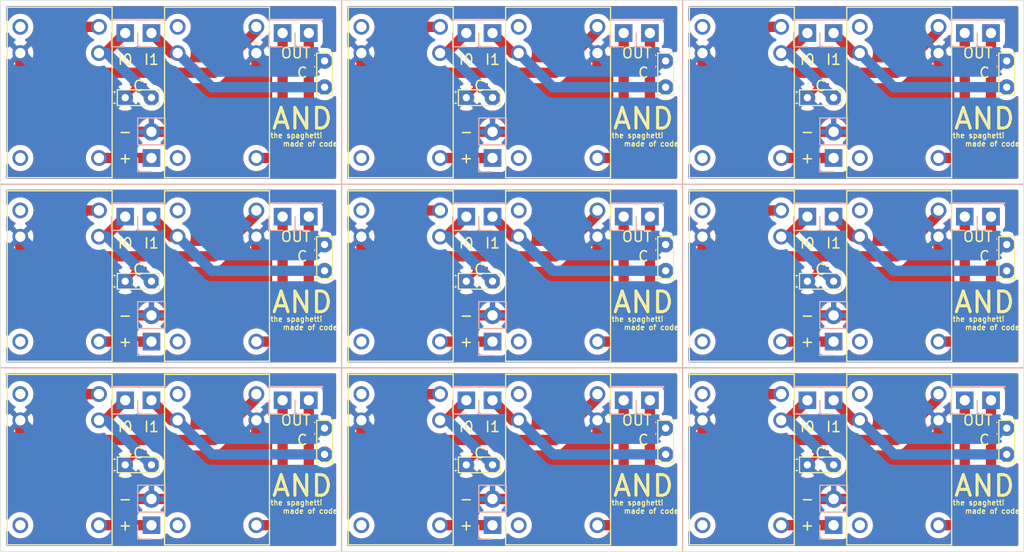
<source format=kicad_pcb>
(kicad_pcb (version 20171130) (host pcbnew "(5.1.6)-1")
  (layers (0 F.Cu signal) (31 B.Cu signal hide) (34 B.Paste user hide) (35 F.Paste user hide) (36 B.SilkS user) (37 F.SilkS user hide) (38 B.Mask user hide) (39 F.Mask user hide) (44 Edge.Cuts user))
  (net 0 "")
  (net 1 GND)
  (net 2 "Net-(SPDT1-Pad1)")
  (net 3 "Net-(SPDT1-Pad5)")
  (net 4 "Net-(J3-Pad1)")
  (net 5 "Net-(SPDT2-Pad5)")
  (net 6 +24V)
  (net 7 "Net-(C1-Pad1)")
  (net 8 "Net-(C2-Pad2)")
  (module MiyakeFootprintLib:946H-1C-24D (layer F.Cu) (at 128.29 91.44)
    (fp_text reference SPDT1)
    (fp_text value 946H-1C-24D)
    (pad 6 thru_hole circle (at 2.54 7.62) (size 1.524 1.524) (drill 1) (layers *.Cu *.Mask) (net 6 +24V))
    (pad 5 thru_hole circle (at -5.08 7.62) (size 1.524 1.524) (drill 1) (layers *.Cu *.Mask) (net 3 "Net-(SPDT1-Pad5)"))
    (pad 4 thru_hole circle (at -5.08 -2.54) (size 1.524 1.524) (drill 1) (layers *.Cu *.Mask) (net 1 GND))
    (pad 3 thru_hole circle (at 2.54 -2.54) (size 1.524 1.524) (drill 1) (layers *.Cu *.Mask) (net 7 "Net-(C1-Pad1)"))
    (pad 2 thru_hole circle (at 2.54 -5.08) (size 1.524 1.524) (drill 1) (layers *.Cu *.Mask) (net 6 +24V))
    (pad 1 thru_hole circle (at -5.08 -5.08) (size 1.524 1.524) (drill 1) (layers *.Cu *.Mask) (net 2 "Net-(SPDT1-Pad1)"))
  )
  (module MiyakeFootprintLib:946H-1C-24D (layer F.Cu) (at 95.26 91.44)
    (fp_text reference SPDT1)
    (fp_text value 946H-1C-24D)
    (pad 6 thru_hole circle (at 2.54 7.62) (size 1.524 1.524) (drill 1) (layers *.Cu *.Mask) (net 6 +24V))
    (pad 5 thru_hole circle (at -5.08 7.62) (size 1.524 1.524) (drill 1) (layers *.Cu *.Mask) (net 3 "Net-(SPDT1-Pad5)"))
    (pad 4 thru_hole circle (at -5.08 -2.54) (size 1.524 1.524) (drill 1) (layers *.Cu *.Mask) (net 1 GND))
    (pad 3 thru_hole circle (at 2.54 -2.54) (size 1.524 1.524) (drill 1) (layers *.Cu *.Mask) (net 7 "Net-(C1-Pad1)"))
    (pad 2 thru_hole circle (at 2.54 -5.08) (size 1.524 1.524) (drill 1) (layers *.Cu *.Mask) (net 6 +24V))
    (pad 1 thru_hole circle (at -5.08 -5.08) (size 1.524 1.524) (drill 1) (layers *.Cu *.Mask) (net 2 "Net-(SPDT1-Pad1)"))
  )
  (module MiyakeFootprintLib:946H-1C-24D (layer F.Cu) (at 62.23 91.44)
    (fp_text reference SPDT1)
    (fp_text value 946H-1C-24D)
    (pad 6 thru_hole circle (at 2.54 7.62) (size 1.524 1.524) (drill 1) (layers *.Cu *.Mask) (net 6 +24V))
    (pad 5 thru_hole circle (at -5.08 7.62) (size 1.524 1.524) (drill 1) (layers *.Cu *.Mask) (net 3 "Net-(SPDT1-Pad5)"))
    (pad 4 thru_hole circle (at -5.08 -2.54) (size 1.524 1.524) (drill 1) (layers *.Cu *.Mask) (net 1 GND))
    (pad 3 thru_hole circle (at 2.54 -2.54) (size 1.524 1.524) (drill 1) (layers *.Cu *.Mask) (net 7 "Net-(C1-Pad1)"))
    (pad 2 thru_hole circle (at 2.54 -5.08) (size 1.524 1.524) (drill 1) (layers *.Cu *.Mask) (net 6 +24V))
    (pad 1 thru_hole circle (at -5.08 -5.08) (size 1.524 1.524) (drill 1) (layers *.Cu *.Mask) (net 2 "Net-(SPDT1-Pad1)"))
  )
  (module MiyakeFootprintLib:946H-1C-24D (layer F.Cu) (at 128.29 73.66)
    (fp_text reference SPDT1)
    (fp_text value 946H-1C-24D)
    (pad 6 thru_hole circle (at 2.54 7.62) (size 1.524 1.524) (drill 1) (layers *.Cu *.Mask) (net 6 +24V))
    (pad 5 thru_hole circle (at -5.08 7.62) (size 1.524 1.524) (drill 1) (layers *.Cu *.Mask) (net 3 "Net-(SPDT1-Pad5)"))
    (pad 4 thru_hole circle (at -5.08 -2.54) (size 1.524 1.524) (drill 1) (layers *.Cu *.Mask) (net 1 GND))
    (pad 3 thru_hole circle (at 2.54 -2.54) (size 1.524 1.524) (drill 1) (layers *.Cu *.Mask) (net 7 "Net-(C1-Pad1)"))
    (pad 2 thru_hole circle (at 2.54 -5.08) (size 1.524 1.524) (drill 1) (layers *.Cu *.Mask) (net 6 +24V))
    (pad 1 thru_hole circle (at -5.08 -5.08) (size 1.524 1.524) (drill 1) (layers *.Cu *.Mask) (net 2 "Net-(SPDT1-Pad1)"))
  )
  (module MiyakeFootprintLib:946H-1C-24D (layer F.Cu) (at 95.26 73.66)
    (fp_text reference SPDT1)
    (fp_text value 946H-1C-24D)
    (pad 6 thru_hole circle (at 2.54 7.62) (size 1.524 1.524) (drill 1) (layers *.Cu *.Mask) (net 6 +24V))
    (pad 5 thru_hole circle (at -5.08 7.62) (size 1.524 1.524) (drill 1) (layers *.Cu *.Mask) (net 3 "Net-(SPDT1-Pad5)"))
    (pad 4 thru_hole circle (at -5.08 -2.54) (size 1.524 1.524) (drill 1) (layers *.Cu *.Mask) (net 1 GND))
    (pad 3 thru_hole circle (at 2.54 -2.54) (size 1.524 1.524) (drill 1) (layers *.Cu *.Mask) (net 7 "Net-(C1-Pad1)"))
    (pad 2 thru_hole circle (at 2.54 -5.08) (size 1.524 1.524) (drill 1) (layers *.Cu *.Mask) (net 6 +24V))
    (pad 1 thru_hole circle (at -5.08 -5.08) (size 1.524 1.524) (drill 1) (layers *.Cu *.Mask) (net 2 "Net-(SPDT1-Pad1)"))
  )
  (module MiyakeFootprintLib:946H-1C-24D (layer F.Cu) (at 62.23 73.66)
    (fp_text reference SPDT1)
    (fp_text value 946H-1C-24D)
    (pad 6 thru_hole circle (at 2.54 7.62) (size 1.524 1.524) (drill 1) (layers *.Cu *.Mask) (net 6 +24V))
    (pad 5 thru_hole circle (at -5.08 7.62) (size 1.524 1.524) (drill 1) (layers *.Cu *.Mask) (net 3 "Net-(SPDT1-Pad5)"))
    (pad 4 thru_hole circle (at -5.08 -2.54) (size 1.524 1.524) (drill 1) (layers *.Cu *.Mask) (net 1 GND))
    (pad 3 thru_hole circle (at 2.54 -2.54) (size 1.524 1.524) (drill 1) (layers *.Cu *.Mask) (net 7 "Net-(C1-Pad1)"))
    (pad 2 thru_hole circle (at 2.54 -5.08) (size 1.524 1.524) (drill 1) (layers *.Cu *.Mask) (net 6 +24V))
    (pad 1 thru_hole circle (at -5.08 -5.08) (size 1.524 1.524) (drill 1) (layers *.Cu *.Mask) (net 2 "Net-(SPDT1-Pad1)"))
  )
  (module MiyakeFootprintLib:946H-1C-24D (layer F.Cu) (at 128.29 55.88)
    (fp_text reference SPDT1)
    (fp_text value 946H-1C-24D)
    (pad 6 thru_hole circle (at 2.54 7.62) (size 1.524 1.524) (drill 1) (layers *.Cu *.Mask) (net 6 +24V))
    (pad 5 thru_hole circle (at -5.08 7.62) (size 1.524 1.524) (drill 1) (layers *.Cu *.Mask) (net 3 "Net-(SPDT1-Pad5)"))
    (pad 4 thru_hole circle (at -5.08 -2.54) (size 1.524 1.524) (drill 1) (layers *.Cu *.Mask) (net 1 GND))
    (pad 3 thru_hole circle (at 2.54 -2.54) (size 1.524 1.524) (drill 1) (layers *.Cu *.Mask) (net 7 "Net-(C1-Pad1)"))
    (pad 2 thru_hole circle (at 2.54 -5.08) (size 1.524 1.524) (drill 1) (layers *.Cu *.Mask) (net 6 +24V))
    (pad 1 thru_hole circle (at -5.08 -5.08) (size 1.524 1.524) (drill 1) (layers *.Cu *.Mask) (net 2 "Net-(SPDT1-Pad1)"))
  )
  (module MiyakeFootprintLib:946H-1C-24D (layer F.Cu) (at 95.26 55.88)
    (fp_text reference SPDT1)
    (fp_text value 946H-1C-24D)
    (pad 6 thru_hole circle (at 2.54 7.62) (size 1.524 1.524) (drill 1) (layers *.Cu *.Mask) (net 6 +24V))
    (pad 5 thru_hole circle (at -5.08 7.62) (size 1.524 1.524) (drill 1) (layers *.Cu *.Mask) (net 3 "Net-(SPDT1-Pad5)"))
    (pad 4 thru_hole circle (at -5.08 -2.54) (size 1.524 1.524) (drill 1) (layers *.Cu *.Mask) (net 1 GND))
    (pad 3 thru_hole circle (at 2.54 -2.54) (size 1.524 1.524) (drill 1) (layers *.Cu *.Mask) (net 7 "Net-(C1-Pad1)"))
    (pad 2 thru_hole circle (at 2.54 -5.08) (size 1.524 1.524) (drill 1) (layers *.Cu *.Mask) (net 6 +24V))
    (pad 1 thru_hole circle (at -5.08 -5.08) (size 1.524 1.524) (drill 1) (layers *.Cu *.Mask) (net 2 "Net-(SPDT1-Pad1)"))
  )
  (module Connector_PinHeader_2.54mm:PinHeader_1x01_P2.54mm_Vertical (layer B.Cu) (at 135.91 86.96)
    (fp_text reference J2)
    (fp_text value Conn_01x01)
    (pad 1 thru_hole rect (at 0 0) (size 1.7 1.7) (drill 1) (layers *.Cu *.Mask) (net 8 "Net-(C2-Pad2)"))
  )
  (module Connector_PinHeader_2.54mm:PinHeader_1x01_P2.54mm_Vertical (layer B.Cu) (at 102.88 86.96)
    (fp_text reference J2)
    (fp_text value Conn_01x01)
    (pad 1 thru_hole rect (at 0 0) (size 1.7 1.7) (drill 1) (layers *.Cu *.Mask) (net 8 "Net-(C2-Pad2)"))
  )
  (module Connector_PinHeader_2.54mm:PinHeader_1x01_P2.54mm_Vertical (layer B.Cu) (at 69.85 86.96)
    (fp_text reference J2)
    (fp_text value Conn_01x01)
    (pad 1 thru_hole rect (at 0 0) (size 1.7 1.7) (drill 1) (layers *.Cu *.Mask) (net 8 "Net-(C2-Pad2)"))
  )
  (module Connector_PinHeader_2.54mm:PinHeader_1x01_P2.54mm_Vertical (layer B.Cu) (at 135.91 69.18)
    (fp_text reference J2)
    (fp_text value Conn_01x01)
    (pad 1 thru_hole rect (at 0 0) (size 1.7 1.7) (drill 1) (layers *.Cu *.Mask) (net 8 "Net-(C2-Pad2)"))
  )
  (module Connector_PinHeader_2.54mm:PinHeader_1x01_P2.54mm_Vertical (layer B.Cu) (at 102.88 69.18)
    (fp_text reference J2)
    (fp_text value Conn_01x01)
    (pad 1 thru_hole rect (at 0 0) (size 1.7 1.7) (drill 1) (layers *.Cu *.Mask) (net 8 "Net-(C2-Pad2)"))
  )
  (module Connector_PinHeader_2.54mm:PinHeader_1x01_P2.54mm_Vertical (layer B.Cu) (at 69.85 69.18)
    (fp_text reference J2)
    (fp_text value Conn_01x01)
    (pad 1 thru_hole rect (at 0 0) (size 1.7 1.7) (drill 1) (layers *.Cu *.Mask) (net 8 "Net-(C2-Pad2)"))
  )
  (module Connector_PinHeader_2.54mm:PinHeader_1x01_P2.54mm_Vertical (layer B.Cu) (at 135.91 51.4)
    (fp_text reference J2)
    (fp_text value Conn_01x01)
    (pad 1 thru_hole rect (at 0 0) (size 1.7 1.7) (drill 1) (layers *.Cu *.Mask) (net 8 "Net-(C2-Pad2)"))
  )
  (module Connector_PinHeader_2.54mm:PinHeader_1x01_P2.54mm_Vertical (layer B.Cu) (at 102.88 51.4)
    (fp_text reference J2)
    (fp_text value Conn_01x01)
    (pad 1 thru_hole rect (at 0 0) (size 1.7 1.7) (drill 1) (layers *.Cu *.Mask) (net 8 "Net-(C2-Pad2)"))
  )
  (module Connector_PinHeader_2.54mm:PinHeader_1x01_P2.54mm_Vertical (layer B.Cu) (at 133.37 86.96)
    (fp_text reference J1)
    (fp_text value Conn_01x01)
    (pad 1 thru_hole rect (at 0 0) (size 1.7 1.7) (drill 1) (layers *.Cu *.Mask) (net 7 "Net-(C1-Pad1)"))
  )
  (module Connector_PinHeader_2.54mm:PinHeader_1x01_P2.54mm_Vertical (layer B.Cu) (at 100.34 86.96)
    (fp_text reference J1)
    (fp_text value Conn_01x01)
    (pad 1 thru_hole rect (at 0 0) (size 1.7 1.7) (drill 1) (layers *.Cu *.Mask) (net 7 "Net-(C1-Pad1)"))
  )
  (module Connector_PinHeader_2.54mm:PinHeader_1x01_P2.54mm_Vertical (layer B.Cu) (at 67.31 86.96)
    (fp_text reference J1)
    (fp_text value Conn_01x01)
    (pad 1 thru_hole rect (at 0 0) (size 1.7 1.7) (drill 1) (layers *.Cu *.Mask) (net 7 "Net-(C1-Pad1)"))
  )
  (module Connector_PinHeader_2.54mm:PinHeader_1x01_P2.54mm_Vertical (layer B.Cu) (at 133.37 69.18)
    (fp_text reference J1)
    (fp_text value Conn_01x01)
    (pad 1 thru_hole rect (at 0 0) (size 1.7 1.7) (drill 1) (layers *.Cu *.Mask) (net 7 "Net-(C1-Pad1)"))
  )
  (module Connector_PinHeader_2.54mm:PinHeader_1x01_P2.54mm_Vertical (layer B.Cu) (at 100.34 69.18)
    (fp_text reference J1)
    (fp_text value Conn_01x01)
    (pad 1 thru_hole rect (at 0 0) (size 1.7 1.7) (drill 1) (layers *.Cu *.Mask) (net 7 "Net-(C1-Pad1)"))
  )
  (module Connector_PinHeader_2.54mm:PinHeader_1x01_P2.54mm_Vertical (layer B.Cu) (at 67.31 69.18)
    (fp_text reference J1)
    (fp_text value Conn_01x01)
    (pad 1 thru_hole rect (at 0 0) (size 1.7 1.7) (drill 1) (layers *.Cu *.Mask) (net 7 "Net-(C1-Pad1)"))
  )
  (module Connector_PinHeader_2.54mm:PinHeader_1x01_P2.54mm_Vertical (layer B.Cu) (at 133.37 51.4)
    (fp_text reference J1)
    (fp_text value Conn_01x01)
    (pad 1 thru_hole rect (at 0 0) (size 1.7 1.7) (drill 1) (layers *.Cu *.Mask) (net 7 "Net-(C1-Pad1)"))
  )
  (module Connector_PinHeader_2.54mm:PinHeader_1x01_P2.54mm_Vertical (layer B.Cu) (at 100.34 51.4)
    (fp_text reference J1)
    (fp_text value Conn_01x01)
    (pad 1 thru_hole rect (at 0 0) (size 1.7 1.7) (drill 1) (layers *.Cu *.Mask) (net 7 "Net-(C1-Pad1)"))
  )
  (module MiyakeFootprintLib:946H-1C-24D (layer F.Cu) (at 143.53 91.44)
    (fp_text reference SPDT2)
    (fp_text value 946H-1C-24D)
    (pad 1 thru_hole circle (at -5.08 -5.08) (size 1.524 1.524) (drill 1) (layers *.Cu *.Mask) (net 6 +24V))
    (pad 2 thru_hole circle (at 2.54 -5.08) (size 1.524 1.524) (drill 1) (layers *.Cu *.Mask) (net 6 +24V))
    (pad 3 thru_hole circle (at 2.54 -2.54) (size 1.524 1.524) (drill 1) (layers *.Cu *.Mask) (net 1 GND))
    (pad 4 thru_hole circle (at -5.08 -2.54) (size 1.524 1.524) (drill 1) (layers *.Cu *.Mask) (net 8 "Net-(C2-Pad2)"))
    (pad 5 thru_hole circle (at -5.08 7.62) (size 1.524 1.524) (drill 1) (layers *.Cu *.Mask) (net 5 "Net-(SPDT2-Pad5)"))
    (pad 6 thru_hole circle (at 2.54 7.62) (size 1.524 1.524) (drill 1) (layers *.Cu *.Mask) (net 4 "Net-(J3-Pad1)"))
  )
  (module MiyakeFootprintLib:946H-1C-24D (layer F.Cu) (at 110.5 91.44)
    (fp_text reference SPDT2)
    (fp_text value 946H-1C-24D)
    (pad 1 thru_hole circle (at -5.08 -5.08) (size 1.524 1.524) (drill 1) (layers *.Cu *.Mask) (net 6 +24V))
    (pad 2 thru_hole circle (at 2.54 -5.08) (size 1.524 1.524) (drill 1) (layers *.Cu *.Mask) (net 6 +24V))
    (pad 3 thru_hole circle (at 2.54 -2.54) (size 1.524 1.524) (drill 1) (layers *.Cu *.Mask) (net 1 GND))
    (pad 4 thru_hole circle (at -5.08 -2.54) (size 1.524 1.524) (drill 1) (layers *.Cu *.Mask) (net 8 "Net-(C2-Pad2)"))
    (pad 5 thru_hole circle (at -5.08 7.62) (size 1.524 1.524) (drill 1) (layers *.Cu *.Mask) (net 5 "Net-(SPDT2-Pad5)"))
    (pad 6 thru_hole circle (at 2.54 7.62) (size 1.524 1.524) (drill 1) (layers *.Cu *.Mask) (net 4 "Net-(J3-Pad1)"))
  )
  (module MiyakeFootprintLib:946H-1C-24D (layer F.Cu) (at 77.47 91.44)
    (fp_text reference SPDT2)
    (fp_text value 946H-1C-24D)
    (pad 1 thru_hole circle (at -5.08 -5.08) (size 1.524 1.524) (drill 1) (layers *.Cu *.Mask) (net 6 +24V))
    (pad 2 thru_hole circle (at 2.54 -5.08) (size 1.524 1.524) (drill 1) (layers *.Cu *.Mask) (net 6 +24V))
    (pad 3 thru_hole circle (at 2.54 -2.54) (size 1.524 1.524) (drill 1) (layers *.Cu *.Mask) (net 1 GND))
    (pad 4 thru_hole circle (at -5.08 -2.54) (size 1.524 1.524) (drill 1) (layers *.Cu *.Mask) (net 8 "Net-(C2-Pad2)"))
    (pad 5 thru_hole circle (at -5.08 7.62) (size 1.524 1.524) (drill 1) (layers *.Cu *.Mask) (net 5 "Net-(SPDT2-Pad5)"))
    (pad 6 thru_hole circle (at 2.54 7.62) (size 1.524 1.524) (drill 1) (layers *.Cu *.Mask) (net 4 "Net-(J3-Pad1)"))
  )
  (module MiyakeFootprintLib:946H-1C-24D (layer F.Cu) (at 143.53 73.66)
    (fp_text reference SPDT2)
    (fp_text value 946H-1C-24D)
    (pad 1 thru_hole circle (at -5.08 -5.08) (size 1.524 1.524) (drill 1) (layers *.Cu *.Mask) (net 6 +24V))
    (pad 2 thru_hole circle (at 2.54 -5.08) (size 1.524 1.524) (drill 1) (layers *.Cu *.Mask) (net 6 +24V))
    (pad 3 thru_hole circle (at 2.54 -2.54) (size 1.524 1.524) (drill 1) (layers *.Cu *.Mask) (net 1 GND))
    (pad 4 thru_hole circle (at -5.08 -2.54) (size 1.524 1.524) (drill 1) (layers *.Cu *.Mask) (net 8 "Net-(C2-Pad2)"))
    (pad 5 thru_hole circle (at -5.08 7.62) (size 1.524 1.524) (drill 1) (layers *.Cu *.Mask) (net 5 "Net-(SPDT2-Pad5)"))
    (pad 6 thru_hole circle (at 2.54 7.62) (size 1.524 1.524) (drill 1) (layers *.Cu *.Mask) (net 4 "Net-(J3-Pad1)"))
  )
  (module MiyakeFootprintLib:946H-1C-24D (layer F.Cu) (at 110.5 73.66)
    (fp_text reference SPDT2)
    (fp_text value 946H-1C-24D)
    (pad 1 thru_hole circle (at -5.08 -5.08) (size 1.524 1.524) (drill 1) (layers *.Cu *.Mask) (net 6 +24V))
    (pad 2 thru_hole circle (at 2.54 -5.08) (size 1.524 1.524) (drill 1) (layers *.Cu *.Mask) (net 6 +24V))
    (pad 3 thru_hole circle (at 2.54 -2.54) (size 1.524 1.524) (drill 1) (layers *.Cu *.Mask) (net 1 GND))
    (pad 4 thru_hole circle (at -5.08 -2.54) (size 1.524 1.524) (drill 1) (layers *.Cu *.Mask) (net 8 "Net-(C2-Pad2)"))
    (pad 5 thru_hole circle (at -5.08 7.62) (size 1.524 1.524) (drill 1) (layers *.Cu *.Mask) (net 5 "Net-(SPDT2-Pad5)"))
    (pad 6 thru_hole circle (at 2.54 7.62) (size 1.524 1.524) (drill 1) (layers *.Cu *.Mask) (net 4 "Net-(J3-Pad1)"))
  )
  (module MiyakeFootprintLib:946H-1C-24D (layer F.Cu) (at 77.47 73.66)
    (fp_text reference SPDT2)
    (fp_text value 946H-1C-24D)
    (pad 1 thru_hole circle (at -5.08 -5.08) (size 1.524 1.524) (drill 1) (layers *.Cu *.Mask) (net 6 +24V))
    (pad 2 thru_hole circle (at 2.54 -5.08) (size 1.524 1.524) (drill 1) (layers *.Cu *.Mask) (net 6 +24V))
    (pad 3 thru_hole circle (at 2.54 -2.54) (size 1.524 1.524) (drill 1) (layers *.Cu *.Mask) (net 1 GND))
    (pad 4 thru_hole circle (at -5.08 -2.54) (size 1.524 1.524) (drill 1) (layers *.Cu *.Mask) (net 8 "Net-(C2-Pad2)"))
    (pad 5 thru_hole circle (at -5.08 7.62) (size 1.524 1.524) (drill 1) (layers *.Cu *.Mask) (net 5 "Net-(SPDT2-Pad5)"))
    (pad 6 thru_hole circle (at 2.54 7.62) (size 1.524 1.524) (drill 1) (layers *.Cu *.Mask) (net 4 "Net-(J3-Pad1)"))
  )
  (module MiyakeFootprintLib:946H-1C-24D (layer F.Cu) (at 143.53 55.88)
    (fp_text reference SPDT2)
    (fp_text value 946H-1C-24D)
    (pad 1 thru_hole circle (at -5.08 -5.08) (size 1.524 1.524) (drill 1) (layers *.Cu *.Mask) (net 6 +24V))
    (pad 2 thru_hole circle (at 2.54 -5.08) (size 1.524 1.524) (drill 1) (layers *.Cu *.Mask) (net 6 +24V))
    (pad 3 thru_hole circle (at 2.54 -2.54) (size 1.524 1.524) (drill 1) (layers *.Cu *.Mask) (net 1 GND))
    (pad 4 thru_hole circle (at -5.08 -2.54) (size 1.524 1.524) (drill 1) (layers *.Cu *.Mask) (net 8 "Net-(C2-Pad2)"))
    (pad 5 thru_hole circle (at -5.08 7.62) (size 1.524 1.524) (drill 1) (layers *.Cu *.Mask) (net 5 "Net-(SPDT2-Pad5)"))
    (pad 6 thru_hole circle (at 2.54 7.62) (size 1.524 1.524) (drill 1) (layers *.Cu *.Mask) (net 4 "Net-(J3-Pad1)"))
  )
  (module MiyakeFootprintLib:946H-1C-24D (layer F.Cu) (at 110.5 55.88)
    (fp_text reference SPDT2)
    (fp_text value 946H-1C-24D)
    (pad 1 thru_hole circle (at -5.08 -5.08) (size 1.524 1.524) (drill 1) (layers *.Cu *.Mask) (net 6 +24V))
    (pad 2 thru_hole circle (at 2.54 -5.08) (size 1.524 1.524) (drill 1) (layers *.Cu *.Mask) (net 6 +24V))
    (pad 3 thru_hole circle (at 2.54 -2.54) (size 1.524 1.524) (drill 1) (layers *.Cu *.Mask) (net 1 GND))
    (pad 4 thru_hole circle (at -5.08 -2.54) (size 1.524 1.524) (drill 1) (layers *.Cu *.Mask) (net 8 "Net-(C2-Pad2)"))
    (pad 5 thru_hole circle (at -5.08 7.62) (size 1.524 1.524) (drill 1) (layers *.Cu *.Mask) (net 5 "Net-(SPDT2-Pad5)"))
    (pad 6 thru_hole circle (at 2.54 7.62) (size 1.524 1.524) (drill 1) (layers *.Cu *.Mask) (net 4 "Net-(J3-Pad1)"))
  )
  (module Connector_PinHeader_2.54mm:PinHeader_1x01_P2.54mm_Vertical (layer B.Cu) (at 151.15 86.96)
    (fp_text reference J4)
    (fp_text value Conn_01x01)
    (pad 1 thru_hole rect (at 0 0) (size 1.7 1.7) (drill 1) (layers *.Cu *.Mask) (net 4 "Net-(J3-Pad1)"))
  )
  (module Connector_PinHeader_2.54mm:PinHeader_1x01_P2.54mm_Vertical (layer B.Cu) (at 118.12 86.96)
    (fp_text reference J4)
    (fp_text value Conn_01x01)
    (pad 1 thru_hole rect (at 0 0) (size 1.7 1.7) (drill 1) (layers *.Cu *.Mask) (net 4 "Net-(J3-Pad1)"))
  )
  (module Connector_PinHeader_2.54mm:PinHeader_1x01_P2.54mm_Vertical (layer B.Cu) (at 85.09 86.96)
    (fp_text reference J4)
    (fp_text value Conn_01x01)
    (pad 1 thru_hole rect (at 0 0) (size 1.7 1.7) (drill 1) (layers *.Cu *.Mask) (net 4 "Net-(J3-Pad1)"))
  )
  (module Connector_PinHeader_2.54mm:PinHeader_1x01_P2.54mm_Vertical (layer B.Cu) (at 151.15 69.18)
    (fp_text reference J4)
    (fp_text value Conn_01x01)
    (pad 1 thru_hole rect (at 0 0) (size 1.7 1.7) (drill 1) (layers *.Cu *.Mask) (net 4 "Net-(J3-Pad1)"))
  )
  (module Connector_PinHeader_2.54mm:PinHeader_1x01_P2.54mm_Vertical (layer B.Cu) (at 118.12 69.18)
    (fp_text reference J4)
    (fp_text value Conn_01x01)
    (pad 1 thru_hole rect (at 0 0) (size 1.7 1.7) (drill 1) (layers *.Cu *.Mask) (net 4 "Net-(J3-Pad1)"))
  )
  (module Connector_PinHeader_2.54mm:PinHeader_1x01_P2.54mm_Vertical (layer B.Cu) (at 85.09 69.18)
    (fp_text reference J4)
    (fp_text value Conn_01x01)
    (pad 1 thru_hole rect (at 0 0) (size 1.7 1.7) (drill 1) (layers *.Cu *.Mask) (net 4 "Net-(J3-Pad1)"))
  )
  (module Connector_PinHeader_2.54mm:PinHeader_1x01_P2.54mm_Vertical (layer B.Cu) (at 151.15 51.4)
    (fp_text reference J4)
    (fp_text value Conn_01x01)
    (pad 1 thru_hole rect (at 0 0) (size 1.7 1.7) (drill 1) (layers *.Cu *.Mask) (net 4 "Net-(J3-Pad1)"))
  )
  (module Connector_PinHeader_2.54mm:PinHeader_1x01_P2.54mm_Vertical (layer B.Cu) (at 118.12 51.4)
    (fp_text reference J4)
    (fp_text value Conn_01x01)
    (pad 1 thru_hole rect (at 0 0) (size 1.7 1.7) (drill 1) (layers *.Cu *.Mask) (net 4 "Net-(J3-Pad1)"))
  )
  (module Connector_PinHeader_2.54mm:PinHeader_1x02_P2.54mm_Vertical (layer B.Cu) (at 135.91 99.06)
    (fp_text reference J5)
    (fp_text value Conn_01x02)
    (pad 1 thru_hole rect (at 0 0) (size 1.7 1.7) (drill 1) (layers *.Cu *.Mask) (net 6 +24V))
    (pad 2 thru_hole oval (at 0 -2.54) (size 1.7 1.7) (drill 1) (layers *.Cu *.Mask) (net 1 GND))
  )
  (module Connector_PinHeader_2.54mm:PinHeader_1x02_P2.54mm_Vertical (layer B.Cu) (at 102.88 99.06)
    (fp_text reference J5)
    (fp_text value Conn_01x02)
    (pad 1 thru_hole rect (at 0 0) (size 1.7 1.7) (drill 1) (layers *.Cu *.Mask) (net 6 +24V))
    (pad 2 thru_hole oval (at 0 -2.54) (size 1.7 1.7) (drill 1) (layers *.Cu *.Mask) (net 1 GND))
  )
  (module Connector_PinHeader_2.54mm:PinHeader_1x02_P2.54mm_Vertical (layer B.Cu) (at 69.85 99.06)
    (fp_text reference J5)
    (fp_text value Conn_01x02)
    (pad 1 thru_hole rect (at 0 0) (size 1.7 1.7) (drill 1) (layers *.Cu *.Mask) (net 6 +24V))
    (pad 2 thru_hole oval (at 0 -2.54) (size 1.7 1.7) (drill 1) (layers *.Cu *.Mask) (net 1 GND))
  )
  (module Connector_PinHeader_2.54mm:PinHeader_1x02_P2.54mm_Vertical (layer B.Cu) (at 135.91 81.28)
    (fp_text reference J5)
    (fp_text value Conn_01x02)
    (pad 1 thru_hole rect (at 0 0) (size 1.7 1.7) (drill 1) (layers *.Cu *.Mask) (net 6 +24V))
    (pad 2 thru_hole oval (at 0 -2.54) (size 1.7 1.7) (drill 1) (layers *.Cu *.Mask) (net 1 GND))
  )
  (module Connector_PinHeader_2.54mm:PinHeader_1x02_P2.54mm_Vertical (layer B.Cu) (at 102.88 81.28)
    (fp_text reference J5)
    (fp_text value Conn_01x02)
    (pad 1 thru_hole rect (at 0 0) (size 1.7 1.7) (drill 1) (layers *.Cu *.Mask) (net 6 +24V))
    (pad 2 thru_hole oval (at 0 -2.54) (size 1.7 1.7) (drill 1) (layers *.Cu *.Mask) (net 1 GND))
  )
  (module Connector_PinHeader_2.54mm:PinHeader_1x02_P2.54mm_Vertical (layer B.Cu) (at 69.85 81.28)
    (fp_text reference J5)
    (fp_text value Conn_01x02)
    (pad 1 thru_hole rect (at 0 0) (size 1.7 1.7) (drill 1) (layers *.Cu *.Mask) (net 6 +24V))
    (pad 2 thru_hole oval (at 0 -2.54) (size 1.7 1.7) (drill 1) (layers *.Cu *.Mask) (net 1 GND))
  )
  (module Connector_PinHeader_2.54mm:PinHeader_1x02_P2.54mm_Vertical (layer B.Cu) (at 135.91 63.5)
    (fp_text reference J5)
    (fp_text value Conn_01x02)
    (pad 1 thru_hole rect (at 0 0) (size 1.7 1.7) (drill 1) (layers *.Cu *.Mask) (net 6 +24V))
    (pad 2 thru_hole oval (at 0 -2.54) (size 1.7 1.7) (drill 1) (layers *.Cu *.Mask) (net 1 GND))
  )
  (module Connector_PinHeader_2.54mm:PinHeader_1x02_P2.54mm_Vertical (layer B.Cu) (at 102.88 63.5)
    (fp_text reference J5)
    (fp_text value Conn_01x02)
    (pad 1 thru_hole rect (at 0 0) (size 1.7 1.7) (drill 1) (layers *.Cu *.Mask) (net 6 +24V))
    (pad 2 thru_hole oval (at 0 -2.54) (size 1.7 1.7) (drill 1) (layers *.Cu *.Mask) (net 1 GND))
  )
  (module MiyakeFootprintLib:Condensor (layer F.Cu) (at 152.674 89.662 270)
    (fp_text reference C2)
    (fp_text value C)
    (pad 2 thru_hole circle (at 2.54 0 270) (size 1.524 1.524) (drill 0.7) (layers *.Cu *.Mask) (net 8 "Net-(C2-Pad2)"))
    (pad 1 thru_hole circle (at 0 0 270) (size 1.524 1.524) (drill 0.7) (layers *.Cu *.Mask) (net 1 GND))
  )
  (module MiyakeFootprintLib:Condensor (layer F.Cu) (at 119.644 89.662 270)
    (fp_text reference C2)
    (fp_text value C)
    (pad 2 thru_hole circle (at 2.54 0 270) (size 1.524 1.524) (drill 0.7) (layers *.Cu *.Mask) (net 8 "Net-(C2-Pad2)"))
    (pad 1 thru_hole circle (at 0 0 270) (size 1.524 1.524) (drill 0.7) (layers *.Cu *.Mask) (net 1 GND))
  )
  (module MiyakeFootprintLib:Condensor (layer F.Cu) (at 86.614 89.662 270)
    (fp_text reference C2)
    (fp_text value C)
    (pad 2 thru_hole circle (at 2.54 0 270) (size 1.524 1.524) (drill 0.7) (layers *.Cu *.Mask) (net 8 "Net-(C2-Pad2)"))
    (pad 1 thru_hole circle (at 0 0 270) (size 1.524 1.524) (drill 0.7) (layers *.Cu *.Mask) (net 1 GND))
  )
  (module MiyakeFootprintLib:Condensor (layer F.Cu) (at 152.674 71.882 270)
    (fp_text reference C2)
    (fp_text value C)
    (pad 2 thru_hole circle (at 2.54 0 270) (size 1.524 1.524) (drill 0.7) (layers *.Cu *.Mask) (net 8 "Net-(C2-Pad2)"))
    (pad 1 thru_hole circle (at 0 0 270) (size 1.524 1.524) (drill 0.7) (layers *.Cu *.Mask) (net 1 GND))
  )
  (module MiyakeFootprintLib:Condensor (layer F.Cu) (at 119.644 71.882 270)
    (fp_text reference C2)
    (fp_text value C)
    (pad 2 thru_hole circle (at 2.54 0 270) (size 1.524 1.524) (drill 0.7) (layers *.Cu *.Mask) (net 8 "Net-(C2-Pad2)"))
    (pad 1 thru_hole circle (at 0 0 270) (size 1.524 1.524) (drill 0.7) (layers *.Cu *.Mask) (net 1 GND))
  )
  (module MiyakeFootprintLib:Condensor (layer F.Cu) (at 86.614 71.882 270)
    (fp_text reference C2)
    (fp_text value C)
    (pad 2 thru_hole circle (at 2.54 0 270) (size 1.524 1.524) (drill 0.7) (layers *.Cu *.Mask) (net 8 "Net-(C2-Pad2)"))
    (pad 1 thru_hole circle (at 0 0 270) (size 1.524 1.524) (drill 0.7) (layers *.Cu *.Mask) (net 1 GND))
  )
  (module MiyakeFootprintLib:Condensor (layer F.Cu) (at 152.674 54.102 270)
    (fp_text reference C2)
    (fp_text value C)
    (pad 2 thru_hole circle (at 2.54 0 270) (size 1.524 1.524) (drill 0.7) (layers *.Cu *.Mask) (net 8 "Net-(C2-Pad2)"))
    (pad 1 thru_hole circle (at 0 0 270) (size 1.524 1.524) (drill 0.7) (layers *.Cu *.Mask) (net 1 GND))
  )
  (module MiyakeFootprintLib:Condensor (layer F.Cu) (at 119.644 54.102 270)
    (fp_text reference C2)
    (fp_text value C)
    (pad 2 thru_hole circle (at 2.54 0 270) (size 1.524 1.524) (drill 0.7) (layers *.Cu *.Mask) (net 8 "Net-(C2-Pad2)"))
    (pad 1 thru_hole circle (at 0 0 270) (size 1.524 1.524) (drill 0.7) (layers *.Cu *.Mask) (net 1 GND))
  )
  (module Connector_PinHeader_2.54mm:PinHeader_1x01_P2.54mm_Vertical (layer B.Cu) (at 148.61 86.96)
    (fp_text reference J3)
    (fp_text value Conn_01x01)
    (pad 1 thru_hole rect (at 0 0) (size 1.7 1.7) (drill 1) (layers *.Cu *.Mask) (net 4 "Net-(J3-Pad1)"))
  )
  (module Connector_PinHeader_2.54mm:PinHeader_1x01_P2.54mm_Vertical (layer B.Cu) (at 115.58 86.96)
    (fp_text reference J3)
    (fp_text value Conn_01x01)
    (pad 1 thru_hole rect (at 0 0) (size 1.7 1.7) (drill 1) (layers *.Cu *.Mask) (net 4 "Net-(J3-Pad1)"))
  )
  (module Connector_PinHeader_2.54mm:PinHeader_1x01_P2.54mm_Vertical (layer B.Cu) (at 82.55 86.96)
    (fp_text reference J3)
    (fp_text value Conn_01x01)
    (pad 1 thru_hole rect (at 0 0) (size 1.7 1.7) (drill 1) (layers *.Cu *.Mask) (net 4 "Net-(J3-Pad1)"))
  )
  (module Connector_PinHeader_2.54mm:PinHeader_1x01_P2.54mm_Vertical (layer B.Cu) (at 148.61 69.18)
    (fp_text reference J3)
    (fp_text value Conn_01x01)
    (pad 1 thru_hole rect (at 0 0) (size 1.7 1.7) (drill 1) (layers *.Cu *.Mask) (net 4 "Net-(J3-Pad1)"))
  )
  (module Connector_PinHeader_2.54mm:PinHeader_1x01_P2.54mm_Vertical (layer B.Cu) (at 115.58 69.18)
    (fp_text reference J3)
    (fp_text value Conn_01x01)
    (pad 1 thru_hole rect (at 0 0) (size 1.7 1.7) (drill 1) (layers *.Cu *.Mask) (net 4 "Net-(J3-Pad1)"))
  )
  (module Connector_PinHeader_2.54mm:PinHeader_1x01_P2.54mm_Vertical (layer B.Cu) (at 82.55 69.18)
    (fp_text reference J3)
    (fp_text value Conn_01x01)
    (pad 1 thru_hole rect (at 0 0) (size 1.7 1.7) (drill 1) (layers *.Cu *.Mask) (net 4 "Net-(J3-Pad1)"))
  )
  (module Connector_PinHeader_2.54mm:PinHeader_1x01_P2.54mm_Vertical (layer B.Cu) (at 148.61 51.4)
    (fp_text reference J3)
    (fp_text value Conn_01x01)
    (pad 1 thru_hole rect (at 0 0) (size 1.7 1.7) (drill 1) (layers *.Cu *.Mask) (net 4 "Net-(J3-Pad1)"))
  )
  (module Connector_PinHeader_2.54mm:PinHeader_1x01_P2.54mm_Vertical (layer B.Cu) (at 115.58 51.4)
    (fp_text reference J3)
    (fp_text value Conn_01x01)
    (pad 1 thru_hole rect (at 0 0) (size 1.7 1.7) (drill 1) (layers *.Cu *.Mask) (net 4 "Net-(J3-Pad1)"))
  )
  (module MiyakeFootprintLib:Condensor (layer F.Cu) (at 135.91 93.218 180)
    (fp_text reference C1)
    (fp_text value C)
    (pad 1 thru_hole circle (at 0 0 180) (size 1.524 1.524) (drill 0.7) (layers *.Cu *.Mask) (net 7 "Net-(C1-Pad1)"))
    (pad 2 thru_hole circle (at 2.54 0 180) (size 1.524 1.524) (drill 0.7) (layers *.Cu *.Mask) (net 1 GND))
  )
  (module MiyakeFootprintLib:Condensor (layer F.Cu) (at 102.88 93.218 180)
    (fp_text reference C1)
    (fp_text value C)
    (pad 1 thru_hole circle (at 0 0 180) (size 1.524 1.524) (drill 0.7) (layers *.Cu *.Mask) (net 7 "Net-(C1-Pad1)"))
    (pad 2 thru_hole circle (at 2.54 0 180) (size 1.524 1.524) (drill 0.7) (layers *.Cu *.Mask) (net 1 GND))
  )
  (module MiyakeFootprintLib:Condensor (layer F.Cu) (at 69.85 93.218 180)
    (fp_text reference C1)
    (fp_text value C)
    (pad 1 thru_hole circle (at 0 0 180) (size 1.524 1.524) (drill 0.7) (layers *.Cu *.Mask) (net 7 "Net-(C1-Pad1)"))
    (pad 2 thru_hole circle (at 2.54 0 180) (size 1.524 1.524) (drill 0.7) (layers *.Cu *.Mask) (net 1 GND))
  )
  (module MiyakeFootprintLib:Condensor (layer F.Cu) (at 135.91 75.438 180)
    (fp_text reference C1)
    (fp_text value C)
    (pad 1 thru_hole circle (at 0 0 180) (size 1.524 1.524) (drill 0.7) (layers *.Cu *.Mask) (net 7 "Net-(C1-Pad1)"))
    (pad 2 thru_hole circle (at 2.54 0 180) (size 1.524 1.524) (drill 0.7) (layers *.Cu *.Mask) (net 1 GND))
  )
  (module MiyakeFootprintLib:Condensor (layer F.Cu) (at 102.88 75.438 180)
    (fp_text reference C1)
    (fp_text value C)
    (pad 1 thru_hole circle (at 0 0 180) (size 1.524 1.524) (drill 0.7) (layers *.Cu *.Mask) (net 7 "Net-(C1-Pad1)"))
    (pad 2 thru_hole circle (at 2.54 0 180) (size 1.524 1.524) (drill 0.7) (layers *.Cu *.Mask) (net 1 GND))
  )
  (module MiyakeFootprintLib:Condensor (layer F.Cu) (at 69.85 75.438 180)
    (fp_text reference C1)
    (fp_text value C)
    (pad 1 thru_hole circle (at 0 0 180) (size 1.524 1.524) (drill 0.7) (layers *.Cu *.Mask) (net 7 "Net-(C1-Pad1)"))
    (pad 2 thru_hole circle (at 2.54 0 180) (size 1.524 1.524) (drill 0.7) (layers *.Cu *.Mask) (net 1 GND))
  )
  (module MiyakeFootprintLib:Condensor (layer F.Cu) (at 135.91 57.658 180)
    (fp_text reference C1)
    (fp_text value C)
    (pad 1 thru_hole circle (at 0 0 180) (size 1.524 1.524) (drill 0.7) (layers *.Cu *.Mask) (net 7 "Net-(C1-Pad1)"))
    (pad 2 thru_hole circle (at 2.54 0 180) (size 1.524 1.524) (drill 0.7) (layers *.Cu *.Mask) (net 1 GND))
  )
  (module MiyakeFootprintLib:Condensor (layer F.Cu) (at 102.88 57.658 180)
    (fp_text reference C1)
    (fp_text value C)
    (pad 1 thru_hole circle (at 0 0 180) (size 1.524 1.524) (drill 0.7) (layers *.Cu *.Mask) (net 7 "Net-(C1-Pad1)"))
    (pad 2 thru_hole circle (at 2.54 0 180) (size 1.524 1.524) (drill 0.7) (layers *.Cu *.Mask) (net 1 GND))
  )
  (module MiyakeFootprintLib:Condensor (layer F.Cu) (at 69.85 57.658 180)
    (fp_text reference C1)
    (fp_text value C)
    (pad 2 thru_hole circle (at 2.54 0 180) (size 1.524 1.524) (drill 0.7) (layers *.Cu *.Mask) (net 1 GND))
    (pad 1 thru_hole circle (at 0 0 180) (size 1.524 1.524) (drill 0.7) (layers *.Cu *.Mask) (net 7 "Net-(C1-Pad1)"))
  )
  (module MiyakeFootprintLib:Condensor (layer F.Cu) (at 86.614 54.102 270)
    (fp_text reference C2)
    (fp_text value C)
    (pad 1 thru_hole circle (at 0 0 270) (size 1.524 1.524) (drill 0.7) (layers *.Cu *.Mask) (net 1 GND))
    (pad 2 thru_hole circle (at 2.54 0 270) (size 1.524 1.524) (drill 0.7) (layers *.Cu *.Mask) (net 8 "Net-(C2-Pad2)"))
  )
  (module Connector_PinHeader_2.54mm:PinHeader_1x01_P2.54mm_Vertical (layer B.Cu) (at 67.31 51.4)
    (fp_text reference J1)
    (fp_text value Conn_01x01)
    (pad 1 thru_hole rect (at 0 0) (size 1.7 1.7) (drill 1) (layers *.Cu *.Mask) (net 7 "Net-(C1-Pad1)"))
  )
  (module Connector_PinHeader_2.54mm:PinHeader_1x01_P2.54mm_Vertical (layer B.Cu) (at 69.85 51.4)
    (fp_text reference J2)
    (fp_text value Conn_01x01)
    (pad 1 thru_hole rect (at 0 0) (size 1.7 1.7) (drill 1) (layers *.Cu *.Mask) (net 8 "Net-(C2-Pad2)"))
  )
  (module Connector_PinHeader_2.54mm:PinHeader_1x01_P2.54mm_Vertical (layer B.Cu) (at 82.55 51.4)
    (fp_text reference J3)
    (fp_text value Conn_01x01)
    (pad 1 thru_hole rect (at 0 0) (size 1.7 1.7) (drill 1) (layers *.Cu *.Mask) (net 4 "Net-(J3-Pad1)"))
  )
  (module Connector_PinHeader_2.54mm:PinHeader_1x01_P2.54mm_Vertical (layer B.Cu) (at 85.09 51.4)
    (fp_text reference J4)
    (fp_text value Conn_01x01)
    (pad 1 thru_hole rect (at 0 0) (size 1.7 1.7) (drill 1) (layers *.Cu *.Mask) (net 4 "Net-(J3-Pad1)"))
  )
  (module Connector_PinHeader_2.54mm:PinHeader_1x02_P2.54mm_Vertical (layer B.Cu) (at 69.85 63.5)
    (fp_text reference J5)
    (fp_text value Conn_01x02)
    (pad 2 thru_hole oval (at 0 -2.54) (size 1.7 1.7) (drill 1) (layers *.Cu *.Mask) (net 1 GND))
    (pad 1 thru_hole rect (at 0 0) (size 1.7 1.7) (drill 1) (layers *.Cu *.Mask) (net 6 +24V))
  )
  (module MiyakeFootprintLib:946H-1C-24D (layer F.Cu) (at 62.23 55.88)
    (fp_text reference SPDT1)
    (fp_text value 946H-1C-24D)
    (pad 1 thru_hole circle (at -5.08 -5.08) (size 1.524 1.524) (drill 1) (layers *.Cu *.Mask) (net 2 "Net-(SPDT1-Pad1)"))
    (pad 2 thru_hole circle (at 2.54 -5.08) (size 1.524 1.524) (drill 1) (layers *.Cu *.Mask) (net 6 +24V))
    (pad 3 thru_hole circle (at 2.54 -2.54) (size 1.524 1.524) (drill 1) (layers *.Cu *.Mask) (net 7 "Net-(C1-Pad1)"))
    (pad 4 thru_hole circle (at -5.08 -2.54) (size 1.524 1.524) (drill 1) (layers *.Cu *.Mask) (net 1 GND))
    (pad 5 thru_hole circle (at -5.08 7.62) (size 1.524 1.524) (drill 1) (layers *.Cu *.Mask) (net 3 "Net-(SPDT1-Pad5)"))
    (pad 6 thru_hole circle (at 2.54 7.62) (size 1.524 1.524) (drill 1) (layers *.Cu *.Mask) (net 6 +24V))
  )
  (module MiyakeFootprintLib:946H-1C-24D (layer F.Cu) (at 77.47 55.88)
    (fp_text reference SPDT2)
    (fp_text value 946H-1C-24D)
    (pad 6 thru_hole circle (at 2.54 7.62) (size 1.524 1.524) (drill 1) (layers *.Cu *.Mask) (net 4 "Net-(J3-Pad1)"))
    (pad 5 thru_hole circle (at -5.08 7.62) (size 1.524 1.524) (drill 1) (layers *.Cu *.Mask) (net 5 "Net-(SPDT2-Pad5)"))
    (pad 4 thru_hole circle (at -5.08 -2.54) (size 1.524 1.524) (drill 1) (layers *.Cu *.Mask) (net 8 "Net-(C2-Pad2)"))
    (pad 3 thru_hole circle (at 2.54 -2.54) (size 1.524 1.524) (drill 1) (layers *.Cu *.Mask) (net 1 GND))
    (pad 2 thru_hole circle (at 2.54 -5.08) (size 1.524 1.524) (drill 1) (layers *.Cu *.Mask) (net 6 +24V))
    (pad 1 thru_hole circle (at -5.08 -5.08) (size 1.524 1.524) (drill 1) (layers *.Cu *.Mask) (net 6 +24V))
  )
  (gr_line (start 55.245 83.82) (end 154.305 83.82) (layer B.SilkS) (width 0.12))
  (gr_line (start 154.305 66.04) (end 55.245 66.04) (layer B.SilkS) (width 0.12))
  (gr_line (start 121.285 101.6) (end 121.285 48.26) (layer B.SilkS) (width 0.12))
  (gr_line (start 88.265 48.26) (end 88.265 101.6) (layer B.SilkS) (width 0.12))
  (gr_text - (at 133.37 96.52) (layer F.SilkS) (effects (font (size 1 1))))
  (gr_text - (at 100.34 96.52) (layer F.SilkS) (effects (font (size 1 1))))
  (gr_text - (at 67.31 96.52) (layer F.SilkS) (effects (font (size 1 1))))
  (gr_text - (at 133.37 78.74) (layer F.SilkS) (effects (font (size 1 1))))
  (gr_text - (at 100.34 78.74) (layer F.SilkS) (effects (font (size 1 1))))
  (gr_text - (at 67.31 78.74) (layer F.SilkS) (effects (font (size 1 1))))
  (gr_text - (at 133.37 60.96) (layer F.SilkS) (effects (font (size 1 1))))
  (gr_text - (at 100.34 60.96) (layer F.SilkS) (effects (font (size 1 1))))
  (gr_text OUT (at 149.88 88.9) (layer F.SilkS) (effects (font (size 1 1))))
  (gr_text OUT (at 116.85 88.9) (layer F.SilkS) (effects (font (size 1 1))))
  (gr_text OUT (at 83.82 88.9) (layer F.SilkS) (effects (font (size 1 1))))
  (gr_text OUT (at 149.88 71.12) (layer F.SilkS) (effects (font (size 1 1))))
  (gr_text OUT (at 116.85 71.12) (layer F.SilkS) (effects (font (size 1 1))))
  (gr_text OUT (at 83.82 71.12) (layer F.SilkS) (effects (font (size 1 1))))
  (gr_text OUT (at 149.88 53.34) (layer F.SilkS) (effects (font (size 1 1))))
  (gr_text OUT (at 116.85 53.34) (layer F.SilkS) (effects (font (size 1 1))))
  (gr_text "the spaghetti \n      made of code" (at 150.134 97.282) (layer F.SilkS) (effects (font (size 0.5 0.5) (thickness 0.1))))
  (gr_text "the spaghetti \n      made of code" (at 117.104 97.282) (layer F.SilkS) (effects (font (size 0.5 0.5) (thickness 0.1))))
  (gr_text "the spaghetti \n      made of code" (at 84.074 97.282) (layer F.SilkS) (effects (font (size 0.5 0.5) (thickness 0.1))))
  (gr_text "the spaghetti \n      made of code" (at 150.134 79.502) (layer F.SilkS) (effects (font (size 0.5 0.5) (thickness 0.1))))
  (gr_text "the spaghetti \n      made of code" (at 117.104 79.502) (layer F.SilkS) (effects (font (size 0.5 0.5) (thickness 0.1))))
  (gr_text "the spaghetti \n      made of code" (at 84.074 79.502) (layer F.SilkS) (effects (font (size 0.5 0.5) (thickness 0.1))))
  (gr_text "the spaghetti \n      made of code" (at 150.134 61.722) (layer F.SilkS) (effects (font (size 0.5 0.5) (thickness 0.1))))
  (gr_text "the spaghetti \n      made of code" (at 117.104 61.722) (layer F.SilkS) (effects (font (size 0.5 0.5) (thickness 0.1))))
  (gr_text C (at 150.515 90.805) (layer F.SilkS) (effects (font (size 1 1))))
  (gr_text C (at 117.485 90.805) (layer F.SilkS) (effects (font (size 1 1))))
  (gr_text C (at 84.455 90.805) (layer F.SilkS) (effects (font (size 1 1))))
  (gr_text C (at 150.515 73.025) (layer F.SilkS) (effects (font (size 1 1))))
  (gr_text C (at 117.485 73.025) (layer F.SilkS) (effects (font (size 1 1))))
  (gr_text C (at 84.455 73.025) (layer F.SilkS) (effects (font (size 1 1))))
  (gr_text C (at 150.515 55.245) (layer F.SilkS) (effects (font (size 1 1))))
  (gr_text C (at 117.485 55.245) (layer F.SilkS) (effects (font (size 1 1))))
  (gr_text I0 (at 133.37 89.535) (layer F.SilkS) (effects (font (size 1 1))))
  (gr_text I0 (at 100.34 89.535) (layer F.SilkS) (effects (font (size 1 1))))
  (gr_text I0 (at 67.31 89.535) (layer F.SilkS) (effects (font (size 1 1))))
  (gr_text I0 (at 133.37 71.755) (layer F.SilkS) (effects (font (size 1 1))))
  (gr_text I0 (at 100.34 71.755) (layer F.SilkS) (effects (font (size 1 1))))
  (gr_text I0 (at 67.31 71.755) (layer F.SilkS) (effects (font (size 1 1))))
  (gr_text I0 (at 133.37 53.975) (layer F.SilkS) (effects (font (size 1 1))))
  (gr_text I0 (at 100.34 53.975) (layer F.SilkS) (effects (font (size 1 1))))
  (gr_text I1 (at 135.91 89.535) (layer F.SilkS) (effects (font (size 1 1))))
  (gr_text I1 (at 102.88 89.535) (layer F.SilkS) (effects (font (size 1 1))))
  (gr_text I1 (at 69.85 89.535) (layer F.SilkS) (effects (font (size 1 1))))
  (gr_text I1 (at 135.91 71.755) (layer F.SilkS) (effects (font (size 1 1))))
  (gr_text I1 (at 102.88 71.755) (layer F.SilkS) (effects (font (size 1 1))))
  (gr_text I1 (at 69.85 71.755) (layer F.SilkS) (effects (font (size 1 1))))
  (gr_text I1 (at 135.91 53.975) (layer F.SilkS) (effects (font (size 1 1))))
  (gr_text I1 (at 102.88 53.975) (layer F.SilkS) (effects (font (size 1 1))))
  (gr_text + (at 133.37 99.06) (layer F.SilkS) (effects (font (size 1 1))))
  (gr_text + (at 100.34 99.06) (layer F.SilkS) (effects (font (size 1 1))))
  (gr_text + (at 67.31 99.06) (layer F.SilkS) (effects (font (size 1 1))))
  (gr_text + (at 133.37 81.28) (layer F.SilkS) (effects (font (size 1 1))))
  (gr_text + (at 100.34 81.28) (layer F.SilkS) (effects (font (size 1 1))))
  (gr_text + (at 67.31 81.28) (layer F.SilkS) (effects (font (size 1 1))))
  (gr_text + (at 133.37 63.5) (layer F.SilkS) (effects (font (size 1 1))))
  (gr_text + (at 100.34 63.5) (layer F.SilkS) (effects (font (size 1 1))))
  (gr_text AND (at 150.515 95.25) (layer F.SilkS) (effects (font (size 2 2) (thickness 0.3))))
  (gr_text AND (at 117.485 95.25) (layer F.SilkS) (effects (font (size 2 2) (thickness 0.3))))
  (gr_text AND (at 84.455 95.25) (layer F.SilkS) (effects (font (size 2 2) (thickness 0.3))))
  (gr_text AND (at 150.515 77.47) (layer F.SilkS) (effects (font (size 2 2) (thickness 0.3))))
  (gr_text AND (at 117.485 77.47) (layer F.SilkS) (effects (font (size 2 2) (thickness 0.3))))
  (gr_text AND (at 84.455 77.47) (layer F.SilkS) (effects (font (size 2 2) (thickness 0.3))))
  (gr_text AND (at 150.515 59.69) (layer F.SilkS) (effects (font (size 2 2) (thickness 0.3))))
  (gr_text AND (at 117.485 59.69) (layer F.SilkS) (effects (font (size 2 2) (thickness 0.3))))
  (gr_text C (at 134.64 92.075) (layer F.SilkS) (effects (font (size 1 1))))
  (gr_text C (at 101.61 92.075) (layer F.SilkS) (effects (font (size 1 1))))
  (gr_text C (at 68.58 92.075) (layer F.SilkS) (effects (font (size 1 1))))
  (gr_text C (at 134.64 74.295) (layer F.SilkS) (effects (font (size 1 1))))
  (gr_text C (at 101.61 74.295) (layer F.SilkS) (effects (font (size 1 1))))
  (gr_text C (at 68.58 74.295) (layer F.SilkS) (effects (font (size 1 1))))
  (gr_text C (at 134.64 56.515) (layer F.SilkS) (effects (font (size 1 1))))
  (gr_text C (at 101.61 56.515) (layer F.SilkS) (effects (font (size 1 1))))
  (gr_line (start 121.305 48.26) (end 154.325 48.26) (layer Edge.Cuts) (width 0.05))
  (gr_line (start 88.275 48.26) (end 121.295 48.26) (layer Edge.Cuts) (width 0.05))
  (gr_line (start 154.325 83.82) (end 154.325 101.6) (layer Edge.Cuts) (width 0.05))
  (gr_line (start 154.325 66.04) (end 154.325 83.82) (layer Edge.Cuts) (width 0.05))
  (gr_line (start 154.325 48.26) (end 154.325 66.04) (layer Edge.Cuts) (width 0.05))
  (gr_line (start 154.325 101.6) (end 121.305 101.6) (layer Edge.Cuts) (width 0.05))
  (gr_line (start 121.295 101.6) (end 88.275 101.6) (layer Edge.Cuts) (width 0.05))
  (gr_line (start 88.265 101.6) (end 55.245 101.6) (layer Edge.Cuts) (width 0.05))
  (gr_line (start 55.245 101.6) (end 55.245 83.82) (layer Edge.Cuts) (width 0.05))
  (gr_line (start 55.245 83.82) (end 55.245 66.04) (layer Edge.Cuts) (width 0.05))
  (gr_line (start 55.245 66.04) (end 55.245 48.26) (layer Edge.Cuts) (width 0.05))
  (gr_line (start 55.245 48.26) (end 88.265 48.26) (layer Edge.Cuts) (width 0.05))
  (gr_text "the spaghetti \n      made of code" (at 84.074 61.722) (layer F.SilkS) (effects (font (size 0.5 0.5) (thickness 0.1))))
  (gr_text AND (at 84.455 59.69) (layer F.SilkS) (effects (font (size 2 2) (thickness 0.3))))
  (gr_text OUT (at 83.82 53.34) (layer F.SilkS) (effects (font (size 1 1))))
  (gr_text C (at 84.455 55.245) (layer F.SilkS) (effects (font (size 1 1))))
  (gr_text + (at 67.31 63.5) (layer F.SilkS) (effects (font (size 1 1))))
  (gr_text - (at 67.31 60.96) (layer F.SilkS) (effects (font (size 1 1))))
  (gr_text C (at 68.58 56.515) (layer F.SilkS) (effects (font (size 1 1))))
  (gr_text I1 (at 69.85 53.975) (layer F.SilkS) (effects (font (size 1 1))))
  (gr_text I0 (at 67.31 53.975) (layer F.SilkS) (effects (font (size 1 1))))
  (segment (start 57.15 53.34) (end 57.15 56.515) (width 1) (layer F.Cu) (net 1))
  (segment (start 61.595 60.96) (end 69.85 60.96) (width 1) (layer F.Cu) (net 1))
  (segment (start 57.15 56.515) (end 61.595 60.96) (width 1) (layer F.Cu) (net 1))
  (segment (start 69.85 60.96) (end 78.105 60.96) (width 1) (layer F.Cu) (net 1))
  (segment (start 80.01 59.055) (end 80.01 53.34) (width 1) (layer F.Cu) (net 1))
  (segment (start 78.105 60.96) (end 80.01 59.055) (width 1) (layer F.Cu) (net 1))
  (segment (start 80.01 53.34) (end 80.772 54.102) (width 1) (layer B.Cu) (net 1))
  (segment (start 80.772 54.102) (end 86.614 54.102) (width 1) (layer B.Cu) (net 1))
  (segment (start 61.468 57.658) (end 57.15 53.34) (width 1) (layer B.Cu) (net 1))
  (segment (start 67.31 57.658) (end 61.468 57.658) (width 1) (layer B.Cu) (net 1))
  (segment (start 90.18 56.515) (end 94.625 60.96) (width 1) (layer F.Cu) (net 1))
  (segment (start 123.21 56.515) (end 127.655 60.96) (width 1) (layer F.Cu) (net 1))
  (segment (start 57.15 74.295) (end 61.595 78.74) (width 1) (layer F.Cu) (net 1))
  (segment (start 90.18 74.295) (end 94.625 78.74) (width 1) (layer F.Cu) (net 1))
  (segment (start 123.21 74.295) (end 127.655 78.74) (width 1) (layer F.Cu) (net 1))
  (segment (start 57.15 92.075) (end 61.595 96.52) (width 1) (layer F.Cu) (net 1))
  (segment (start 90.18 92.075) (end 94.625 96.52) (width 1) (layer F.Cu) (net 1))
  (segment (start 123.21 92.075) (end 127.655 96.52) (width 1) (layer F.Cu) (net 1))
  (segment (start 94.498 57.658) (end 90.18 53.34) (width 1) (layer B.Cu) (net 1))
  (segment (start 127.528 57.658) (end 123.21 53.34) (width 1) (layer B.Cu) (net 1))
  (segment (start 61.468 75.438) (end 57.15 71.12) (width 1) (layer B.Cu) (net 1))
  (segment (start 94.498 75.438) (end 90.18 71.12) (width 1) (layer B.Cu) (net 1))
  (segment (start 127.528 75.438) (end 123.21 71.12) (width 1) (layer B.Cu) (net 1))
  (segment (start 61.468 93.218) (end 57.15 88.9) (width 1) (layer B.Cu) (net 1))
  (segment (start 94.498 93.218) (end 90.18 88.9) (width 1) (layer B.Cu) (net 1))
  (segment (start 127.528 93.218) (end 123.21 88.9) (width 1) (layer B.Cu) (net 1))
  (segment (start 111.135 60.96) (end 113.04 59.055) (width 1) (layer F.Cu) (net 1))
  (segment (start 144.165 60.96) (end 146.07 59.055) (width 1) (layer F.Cu) (net 1))
  (segment (start 78.105 78.74) (end 80.01 76.835) (width 1) (layer F.Cu) (net 1))
  (segment (start 111.135 78.74) (end 113.04 76.835) (width 1) (layer F.Cu) (net 1))
  (segment (start 144.165 78.74) (end 146.07 76.835) (width 1) (layer F.Cu) (net 1))
  (segment (start 78.105 96.52) (end 80.01 94.615) (width 1) (layer F.Cu) (net 1))
  (segment (start 111.135 96.52) (end 113.04 94.615) (width 1) (layer F.Cu) (net 1))
  (segment (start 144.165 96.52) (end 146.07 94.615) (width 1) (layer F.Cu) (net 1))
  (segment (start 100.34 57.658) (end 94.498 57.658) (width 1) (layer B.Cu) (net 1))
  (segment (start 133.37 57.658) (end 127.528 57.658) (width 1) (layer B.Cu) (net 1))
  (segment (start 67.31 75.438) (end 61.468 75.438) (width 1) (layer B.Cu) (net 1))
  (segment (start 100.34 75.438) (end 94.498 75.438) (width 1) (layer B.Cu) (net 1))
  (segment (start 133.37 75.438) (end 127.528 75.438) (width 1) (layer B.Cu) (net 1))
  (segment (start 67.31 93.218) (end 61.468 93.218) (width 1) (layer B.Cu) (net 1))
  (segment (start 100.34 93.218) (end 94.498 93.218) (width 1) (layer B.Cu) (net 1))
  (segment (start 133.37 93.218) (end 127.528 93.218) (width 1) (layer B.Cu) (net 1))
  (segment (start 113.04 53.34) (end 113.802 54.102) (width 1) (layer B.Cu) (net 1))
  (segment (start 146.07 53.34) (end 146.832 54.102) (width 1) (layer B.Cu) (net 1))
  (segment (start 80.01 71.12) (end 80.772 71.882) (width 1) (layer B.Cu) (net 1))
  (segment (start 113.04 71.12) (end 113.802 71.882) (width 1) (layer B.Cu) (net 1))
  (segment (start 146.07 71.12) (end 146.832 71.882) (width 1) (layer B.Cu) (net 1))
  (segment (start 80.01 88.9) (end 80.772 89.662) (width 1) (layer B.Cu) (net 1))
  (segment (start 113.04 88.9) (end 113.802 89.662) (width 1) (layer B.Cu) (net 1))
  (segment (start 146.07 88.9) (end 146.832 89.662) (width 1) (layer B.Cu) (net 1))
  (segment (start 94.625 60.96) (end 102.88 60.96) (width 1) (layer F.Cu) (net 1))
  (segment (start 127.655 60.96) (end 135.91 60.96) (width 1) (layer F.Cu) (net 1))
  (segment (start 61.595 78.74) (end 69.85 78.74) (width 1) (layer F.Cu) (net 1))
  (segment (start 94.625 78.74) (end 102.88 78.74) (width 1) (layer F.Cu) (net 1))
  (segment (start 127.655 78.74) (end 135.91 78.74) (width 1) (layer F.Cu) (net 1))
  (segment (start 61.595 96.52) (end 69.85 96.52) (width 1) (layer F.Cu) (net 1))
  (segment (start 94.625 96.52) (end 102.88 96.52) (width 1) (layer F.Cu) (net 1))
  (segment (start 127.655 96.52) (end 135.91 96.52) (width 1) (layer F.Cu) (net 1))
  (segment (start 113.04 59.055) (end 113.04 53.34) (width 1) (layer F.Cu) (net 1))
  (segment (start 146.07 59.055) (end 146.07 53.34) (width 1) (layer F.Cu) (net 1))
  (segment (start 80.01 76.835) (end 80.01 71.12) (width 1) (layer F.Cu) (net 1))
  (segment (start 113.04 76.835) (end 113.04 71.12) (width 1) (layer F.Cu) (net 1))
  (segment (start 146.07 76.835) (end 146.07 71.12) (width 1) (layer F.Cu) (net 1))
  (segment (start 80.01 94.615) (end 80.01 88.9) (width 1) (layer F.Cu) (net 1))
  (segment (start 113.04 94.615) (end 113.04 88.9) (width 1) (layer F.Cu) (net 1))
  (segment (start 146.07 94.615) (end 146.07 88.9) (width 1) (layer F.Cu) (net 1))
  (segment (start 102.88 60.96) (end 111.135 60.96) (width 1) (layer F.Cu) (net 1))
  (segment (start 135.91 60.96) (end 144.165 60.96) (width 1) (layer F.Cu) (net 1))
  (segment (start 69.85 78.74) (end 78.105 78.74) (width 1) (layer F.Cu) (net 1))
  (segment (start 102.88 78.74) (end 111.135 78.74) (width 1) (layer F.Cu) (net 1))
  (segment (start 135.91 78.74) (end 144.165 78.74) (width 1) (layer F.Cu) (net 1))
  (segment (start 69.85 96.52) (end 78.105 96.52) (width 1) (layer F.Cu) (net 1))
  (segment (start 102.88 96.52) (end 111.135 96.52) (width 1) (layer F.Cu) (net 1))
  (segment (start 135.91 96.52) (end 144.165 96.52) (width 1) (layer F.Cu) (net 1))
  (segment (start 113.802 54.102) (end 119.644 54.102) (width 1) (layer B.Cu) (net 1))
  (segment (start 146.832 54.102) (end 152.674 54.102) (width 1) (layer B.Cu) (net 1))
  (segment (start 80.772 71.882) (end 86.614 71.882) (width 1) (layer B.Cu) (net 1))
  (segment (start 113.802 71.882) (end 119.644 71.882) (width 1) (layer B.Cu) (net 1))
  (segment (start 146.832 71.882) (end 152.674 71.882) (width 1) (layer B.Cu) (net 1))
  (segment (start 80.772 89.662) (end 86.614 89.662) (width 1) (layer B.Cu) (net 1))
  (segment (start 113.802 89.662) (end 119.644 89.662) (width 1) (layer B.Cu) (net 1))
  (segment (start 146.832 89.662) (end 152.674 89.662) (width 1) (layer B.Cu) (net 1))
  (segment (start 90.18 53.34) (end 90.18 56.515) (width 1) (layer F.Cu) (net 1))
  (segment (start 123.21 53.34) (end 123.21 56.515) (width 1) (layer F.Cu) (net 1))
  (segment (start 57.15 71.12) (end 57.15 74.295) (width 1) (layer F.Cu) (net 1))
  (segment (start 90.18 71.12) (end 90.18 74.295) (width 1) (layer F.Cu) (net 1))
  (segment (start 123.21 71.12) (end 123.21 74.295) (width 1) (layer F.Cu) (net 1))
  (segment (start 57.15 88.9) (end 57.15 92.075) (width 1) (layer F.Cu) (net 1))
  (segment (start 90.18 88.9) (end 90.18 92.075) (width 1) (layer F.Cu) (net 1))
  (segment (start 123.21 88.9) (end 123.21 92.075) (width 1) (layer F.Cu) (net 1))
  (segment (start 80.01 63.5) (end 81.915 63.5) (width 1) (layer F.Cu) (net 4))
  (segment (start 82.55 62.865) (end 82.55 51.4) (width 1) (layer F.Cu) (net 4))
  (segment (start 81.915 63.5) (end 82.55 62.865) (width 1) (layer F.Cu) (net 4))
  (segment (start 82.55 62.865) (end 83.82 62.865) (width 1) (layer F.Cu) (net 4))
  (segment (start 85.09 61.595) (end 85.09 51.4) (width 1) (layer F.Cu) (net 4))
  (segment (start 83.82 62.865) (end 85.09 61.595) (width 1) (layer F.Cu) (net 4))
  (segment (start 114.945 63.5) (end 115.58 62.865) (width 1) (layer F.Cu) (net 4))
  (segment (start 147.975 63.5) (end 148.61 62.865) (width 1) (layer F.Cu) (net 4))
  (segment (start 81.915 81.28) (end 82.55 80.645) (width 1) (layer F.Cu) (net 4))
  (segment (start 114.945 81.28) (end 115.58 80.645) (width 1) (layer F.Cu) (net 4))
  (segment (start 147.975 81.28) (end 148.61 80.645) (width 1) (layer F.Cu) (net 4))
  (segment (start 81.915 99.06) (end 82.55 98.425) (width 1) (layer F.Cu) (net 4))
  (segment (start 114.945 99.06) (end 115.58 98.425) (width 1) (layer F.Cu) (net 4))
  (segment (start 147.975 99.06) (end 148.61 98.425) (width 1) (layer F.Cu) (net 4))
  (segment (start 115.58 62.865) (end 116.85 62.865) (width 1) (layer F.Cu) (net 4))
  (segment (start 148.61 62.865) (end 149.88 62.865) (width 1) (layer F.Cu) (net 4))
  (segment (start 82.55 80.645) (end 83.82 80.645) (width 1) (layer F.Cu) (net 4))
  (segment (start 115.58 80.645) (end 116.85 80.645) (width 1) (layer F.Cu) (net 4))
  (segment (start 148.61 80.645) (end 149.88 80.645) (width 1) (layer F.Cu) (net 4))
  (segment (start 82.55 98.425) (end 83.82 98.425) (width 1) (layer F.Cu) (net 4))
  (segment (start 115.58 98.425) (end 116.85 98.425) (width 1) (layer F.Cu) (net 4))
  (segment (start 148.61 98.425) (end 149.88 98.425) (width 1) (layer F.Cu) (net 4))
  (segment (start 118.12 61.595) (end 118.12 51.4) (width 1) (layer F.Cu) (net 4))
  (segment (start 151.15 61.595) (end 151.15 51.4) (width 1) (layer F.Cu) (net 4))
  (segment (start 85.09 79.375) (end 85.09 69.18) (width 1) (layer F.Cu) (net 4))
  (segment (start 118.12 79.375) (end 118.12 69.18) (width 1) (layer F.Cu) (net 4))
  (segment (start 151.15 79.375) (end 151.15 69.18) (width 1) (layer F.Cu) (net 4))
  (segment (start 85.09 97.155) (end 85.09 86.96) (width 1) (layer F.Cu) (net 4))
  (segment (start 118.12 97.155) (end 118.12 86.96) (width 1) (layer F.Cu) (net 4))
  (segment (start 151.15 97.155) (end 151.15 86.96) (width 1) (layer F.Cu) (net 4))
  (segment (start 113.04 63.5) (end 114.945 63.5) (width 1) (layer F.Cu) (net 4))
  (segment (start 146.07 63.5) (end 147.975 63.5) (width 1) (layer F.Cu) (net 4))
  (segment (start 80.01 81.28) (end 81.915 81.28) (width 1) (layer F.Cu) (net 4))
  (segment (start 113.04 81.28) (end 114.945 81.28) (width 1) (layer F.Cu) (net 4))
  (segment (start 146.07 81.28) (end 147.975 81.28) (width 1) (layer F.Cu) (net 4))
  (segment (start 80.01 99.06) (end 81.915 99.06) (width 1) (layer F.Cu) (net 4))
  (segment (start 113.04 99.06) (end 114.945 99.06) (width 1) (layer F.Cu) (net 4))
  (segment (start 146.07 99.06) (end 147.975 99.06) (width 1) (layer F.Cu) (net 4))
  (segment (start 116.85 62.865) (end 118.12 61.595) (width 1) (layer F.Cu) (net 4))
  (segment (start 149.88 62.865) (end 151.15 61.595) (width 1) (layer F.Cu) (net 4))
  (segment (start 83.82 80.645) (end 85.09 79.375) (width 1) (layer F.Cu) (net 4))
  (segment (start 116.85 80.645) (end 118.12 79.375) (width 1) (layer F.Cu) (net 4))
  (segment (start 149.88 80.645) (end 151.15 79.375) (width 1) (layer F.Cu) (net 4))
  (segment (start 83.82 98.425) (end 85.09 97.155) (width 1) (layer F.Cu) (net 4))
  (segment (start 116.85 98.425) (end 118.12 97.155) (width 1) (layer F.Cu) (net 4))
  (segment (start 149.88 98.425) (end 151.15 97.155) (width 1) (layer F.Cu) (net 4))
  (segment (start 115.58 62.865) (end 115.58 51.4) (width 1) (layer F.Cu) (net 4))
  (segment (start 148.61 62.865) (end 148.61 51.4) (width 1) (layer F.Cu) (net 4))
  (segment (start 82.55 80.645) (end 82.55 69.18) (width 1) (layer F.Cu) (net 4))
  (segment (start 115.58 80.645) (end 115.58 69.18) (width 1) (layer F.Cu) (net 4))
  (segment (start 148.61 80.645) (end 148.61 69.18) (width 1) (layer F.Cu) (net 4))
  (segment (start 82.55 98.425) (end 82.55 86.96) (width 1) (layer F.Cu) (net 4))
  (segment (start 115.58 98.425) (end 115.58 86.96) (width 1) (layer F.Cu) (net 4))
  (segment (start 148.61 98.425) (end 148.61 86.96) (width 1) (layer F.Cu) (net 4))
  (segment (start 64.77 50.8) (end 63.5 50.8) (width 1) (layer F.Cu) (net 6))
  (segment (start 63.5 50.8) (end 62.23 52.07) (width 1) (layer F.Cu) (net 6))
  (segment (start 62.23 52.07) (end 62.23 53.975) (width 1) (layer F.Cu) (net 6))
  (segment (start 62.23 53.975) (end 63.5 55.245) (width 1) (layer F.Cu) (net 6))
  (segment (start 80.01 51.176238) (end 80.01 50.8) (width 1) (layer F.Cu) (net 6))
  (segment (start 75.941238 55.245) (end 80.01 51.176238) (width 1) (layer F.Cu) (net 6))
  (segment (start 63.5 55.245) (end 75.941238 55.245) (width 1) (layer F.Cu) (net 6))
  (segment (start 69.85 63.5) (end 64.77 63.5) (width 1) (layer F.Cu) (net 6))
  (segment (start 108.971238 55.245) (end 113.04 51.176238) (width 1) (layer F.Cu) (net 6))
  (segment (start 142.001238 55.245) (end 146.07 51.176238) (width 1) (layer F.Cu) (net 6))
  (segment (start 75.941238 73.025) (end 80.01 68.956238) (width 1) (layer F.Cu) (net 6))
  (segment (start 108.971238 73.025) (end 113.04 68.956238) (width 1) (layer F.Cu) (net 6))
  (segment (start 142.001238 73.025) (end 146.07 68.956238) (width 1) (layer F.Cu) (net 6))
  (segment (start 75.941238 90.805) (end 80.01 86.736238) (width 1) (layer F.Cu) (net 6))
  (segment (start 108.971238 90.805) (end 113.04 86.736238) (width 1) (layer F.Cu) (net 6))
  (segment (start 142.001238 90.805) (end 146.07 86.736238) (width 1) (layer F.Cu) (net 6))
  (segment (start 95.26 52.07) (end 95.26 53.975) (width 1) (layer F.Cu) (net 6))
  (segment (start 128.29 52.07) (end 128.29 53.975) (width 1) (layer F.Cu) (net 6))
  (segment (start 62.23 69.85) (end 62.23 71.755) (width 1) (layer F.Cu) (net 6))
  (segment (start 95.26 69.85) (end 95.26 71.755) (width 1) (layer F.Cu) (net 6))
  (segment (start 128.29 69.85) (end 128.29 71.755) (width 1) (layer F.Cu) (net 6))
  (segment (start 62.23 87.63) (end 62.23 89.535) (width 1) (layer F.Cu) (net 6))
  (segment (start 95.26 87.63) (end 95.26 89.535) (width 1) (layer F.Cu) (net 6))
  (segment (start 128.29 87.63) (end 128.29 89.535) (width 1) (layer F.Cu) (net 6))
  (segment (start 113.04 51.176238) (end 113.04 50.8) (width 1) (layer F.Cu) (net 6))
  (segment (start 146.07 51.176238) (end 146.07 50.8) (width 1) (layer F.Cu) (net 6))
  (segment (start 80.01 68.956238) (end 80.01 68.58) (width 1) (layer F.Cu) (net 6))
  (segment (start 113.04 68.956238) (end 113.04 68.58) (width 1) (layer F.Cu) (net 6))
  (segment (start 146.07 68.956238) (end 146.07 68.58) (width 1) (layer F.Cu) (net 6))
  (segment (start 80.01 86.736238) (end 80.01 86.36) (width 1) (layer F.Cu) (net 6))
  (segment (start 113.04 86.736238) (end 113.04 86.36) (width 1) (layer F.Cu) (net 6))
  (segment (start 146.07 86.736238) (end 146.07 86.36) (width 1) (layer F.Cu) (net 6))
  (segment (start 102.88 63.5) (end 97.8 63.5) (width 1) (layer F.Cu) (net 6))
  (segment (start 135.91 63.5) (end 130.83 63.5) (width 1) (layer F.Cu) (net 6))
  (segment (start 69.85 81.28) (end 64.77 81.28) (width 1) (layer F.Cu) (net 6))
  (segment (start 102.88 81.28) (end 97.8 81.28) (width 1) (layer F.Cu) (net 6))
  (segment (start 135.91 81.28) (end 130.83 81.28) (width 1) (layer F.Cu) (net 6))
  (segment (start 69.85 99.06) (end 64.77 99.06) (width 1) (layer F.Cu) (net 6))
  (segment (start 102.88 99.06) (end 97.8 99.06) (width 1) (layer F.Cu) (net 6))
  (segment (start 135.91 99.06) (end 130.83 99.06) (width 1) (layer F.Cu) (net 6))
  (segment (start 96.53 55.245) (end 108.971238 55.245) (width 1) (layer F.Cu) (net 6))
  (segment (start 129.56 55.245) (end 142.001238 55.245) (width 1) (layer F.Cu) (net 6))
  (segment (start 63.5 73.025) (end 75.941238 73.025) (width 1) (layer F.Cu) (net 6))
  (segment (start 96.53 73.025) (end 108.971238 73.025) (width 1) (layer F.Cu) (net 6))
  (segment (start 129.56 73.025) (end 142.001238 73.025) (width 1) (layer F.Cu) (net 6))
  (segment (start 63.5 90.805) (end 75.941238 90.805) (width 1) (layer F.Cu) (net 6))
  (segment (start 96.53 90.805) (end 108.971238 90.805) (width 1) (layer F.Cu) (net 6))
  (segment (start 129.56 90.805) (end 142.001238 90.805) (width 1) (layer F.Cu) (net 6))
  (segment (start 96.53 50.8) (end 95.26 52.07) (width 1) (layer F.Cu) (net 6))
  (segment (start 129.56 50.8) (end 128.29 52.07) (width 1) (layer F.Cu) (net 6))
  (segment (start 63.5 68.58) (end 62.23 69.85) (width 1) (layer F.Cu) (net 6))
  (segment (start 96.53 68.58) (end 95.26 69.85) (width 1) (layer F.Cu) (net 6))
  (segment (start 129.56 68.58) (end 128.29 69.85) (width 1) (layer F.Cu) (net 6))
  (segment (start 63.5 86.36) (end 62.23 87.63) (width 1) (layer F.Cu) (net 6))
  (segment (start 96.53 86.36) (end 95.26 87.63) (width 1) (layer F.Cu) (net 6))
  (segment (start 129.56 86.36) (end 128.29 87.63) (width 1) (layer F.Cu) (net 6))
  (segment (start 95.26 53.975) (end 96.53 55.245) (width 1) (layer F.Cu) (net 6))
  (segment (start 128.29 53.975) (end 129.56 55.245) (width 1) (layer F.Cu) (net 6))
  (segment (start 62.23 71.755) (end 63.5 73.025) (width 1) (layer F.Cu) (net 6))
  (segment (start 95.26 71.755) (end 96.53 73.025) (width 1) (layer F.Cu) (net 6))
  (segment (start 128.29 71.755) (end 129.56 73.025) (width 1) (layer F.Cu) (net 6))
  (segment (start 62.23 89.535) (end 63.5 90.805) (width 1) (layer F.Cu) (net 6))
  (segment (start 95.26 89.535) (end 96.53 90.805) (width 1) (layer F.Cu) (net 6))
  (segment (start 128.29 89.535) (end 129.56 90.805) (width 1) (layer F.Cu) (net 6))
  (segment (start 97.8 50.8) (end 96.53 50.8) (width 1) (layer F.Cu) (net 6))
  (segment (start 130.83 50.8) (end 129.56 50.8) (width 1) (layer F.Cu) (net 6))
  (segment (start 64.77 68.58) (end 63.5 68.58) (width 1) (layer F.Cu) (net 6))
  (segment (start 97.8 68.58) (end 96.53 68.58) (width 1) (layer F.Cu) (net 6))
  (segment (start 130.83 68.58) (end 129.56 68.58) (width 1) (layer F.Cu) (net 6))
  (segment (start 64.77 86.36) (end 63.5 86.36) (width 1) (layer F.Cu) (net 6))
  (segment (start 97.8 86.36) (end 96.53 86.36) (width 1) (layer F.Cu) (net 6))
  (segment (start 130.83 86.36) (end 129.56 86.36) (width 1) (layer F.Cu) (net 6))
  (segment (start 65.37 53.34) (end 67.31 51.4) (width 1) (layer F.Cu) (net 7))
  (segment (start 64.77 53.34) (end 65.37 53.34) (width 1) (layer F.Cu) (net 7))
  (segment (start 65.532 53.34) (end 69.85 57.658) (width 1) (layer B.Cu) (net 7))
  (segment (start 64.77 53.34) (end 65.532 53.34) (width 1) (layer B.Cu) (net 7))
  (segment (start 98.562 53.34) (end 102.88 57.658) (width 1) (layer B.Cu) (net 7))
  (segment (start 131.592 53.34) (end 135.91 57.658) (width 1) (layer B.Cu) (net 7))
  (segment (start 65.532 71.12) (end 69.85 75.438) (width 1) (layer B.Cu) (net 7))
  (segment (start 98.562 71.12) (end 102.88 75.438) (width 1) (layer B.Cu) (net 7))
  (segment (start 131.592 71.12) (end 135.91 75.438) (width 1) (layer B.Cu) (net 7))
  (segment (start 65.532 88.9) (end 69.85 93.218) (width 1) (layer B.Cu) (net 7))
  (segment (start 98.562 88.9) (end 102.88 93.218) (width 1) (layer B.Cu) (net 7))
  (segment (start 131.592 88.9) (end 135.91 93.218) (width 1) (layer B.Cu) (net 7))
  (segment (start 97.8 53.34) (end 98.562 53.34) (width 1) (layer B.Cu) (net 7))
  (segment (start 130.83 53.34) (end 131.592 53.34) (width 1) (layer B.Cu) (net 7))
  (segment (start 64.77 71.12) (end 65.532 71.12) (width 1) (layer B.Cu) (net 7))
  (segment (start 97.8 71.12) (end 98.562 71.12) (width 1) (layer B.Cu) (net 7))
  (segment (start 130.83 71.12) (end 131.592 71.12) (width 1) (layer B.Cu) (net 7))
  (segment (start 64.77 88.9) (end 65.532 88.9) (width 1) (layer B.Cu) (net 7))
  (segment (start 97.8 88.9) (end 98.562 88.9) (width 1) (layer B.Cu) (net 7))
  (segment (start 130.83 88.9) (end 131.592 88.9) (width 1) (layer B.Cu) (net 7))
  (segment (start 98.4 53.34) (end 100.34 51.4) (width 1) (layer F.Cu) (net 7))
  (segment (start 131.43 53.34) (end 133.37 51.4) (width 1) (layer F.Cu) (net 7))
  (segment (start 65.37 71.12) (end 67.31 69.18) (width 1) (layer F.Cu) (net 7))
  (segment (start 98.4 71.12) (end 100.34 69.18) (width 1) (layer F.Cu) (net 7))
  (segment (start 131.43 71.12) (end 133.37 69.18) (width 1) (layer F.Cu) (net 7))
  (segment (start 65.37 88.9) (end 67.31 86.96) (width 1) (layer F.Cu) (net 7))
  (segment (start 98.4 88.9) (end 100.34 86.96) (width 1) (layer F.Cu) (net 7))
  (segment (start 131.43 88.9) (end 133.37 86.96) (width 1) (layer F.Cu) (net 7))
  (segment (start 97.8 53.34) (end 98.4 53.34) (width 1) (layer F.Cu) (net 7))
  (segment (start 130.83 53.34) (end 131.43 53.34) (width 1) (layer F.Cu) (net 7))
  (segment (start 64.77 71.12) (end 65.37 71.12) (width 1) (layer F.Cu) (net 7))
  (segment (start 97.8 71.12) (end 98.4 71.12) (width 1) (layer F.Cu) (net 7))
  (segment (start 130.83 71.12) (end 131.43 71.12) (width 1) (layer F.Cu) (net 7))
  (segment (start 64.77 88.9) (end 65.37 88.9) (width 1) (layer F.Cu) (net 7))
  (segment (start 97.8 88.9) (end 98.4 88.9) (width 1) (layer F.Cu) (net 7))
  (segment (start 130.83 88.9) (end 131.43 88.9) (width 1) (layer F.Cu) (net 7))
  (segment (start 71.79 53.34) (end 69.85 51.4) (width 1) (layer F.Cu) (net 8))
  (segment (start 72.39 53.34) (end 71.79 53.34) (width 1) (layer F.Cu) (net 8))
  (segment (start 75.692 56.642) (end 72.39 53.34) (width 1) (layer B.Cu) (net 8))
  (segment (start 86.614 56.642) (end 75.692 56.642) (width 1) (layer B.Cu) (net 8))
  (segment (start 105.42 53.34) (end 104.82 53.34) (width 1) (layer F.Cu) (net 8))
  (segment (start 138.45 53.34) (end 137.85 53.34) (width 1) (layer F.Cu) (net 8))
  (segment (start 72.39 71.12) (end 71.79 71.12) (width 1) (layer F.Cu) (net 8))
  (segment (start 105.42 71.12) (end 104.82 71.12) (width 1) (layer F.Cu) (net 8))
  (segment (start 138.45 71.12) (end 137.85 71.12) (width 1) (layer F.Cu) (net 8))
  (segment (start 72.39 88.9) (end 71.79 88.9) (width 1) (layer F.Cu) (net 8))
  (segment (start 105.42 88.9) (end 104.82 88.9) (width 1) (layer F.Cu) (net 8))
  (segment (start 138.45 88.9) (end 137.85 88.9) (width 1) (layer F.Cu) (net 8))
  (segment (start 108.722 56.642) (end 105.42 53.34) (width 1) (layer B.Cu) (net 8))
  (segment (start 141.752 56.642) (end 138.45 53.34) (width 1) (layer B.Cu) (net 8))
  (segment (start 75.692 74.422) (end 72.39 71.12) (width 1) (layer B.Cu) (net 8))
  (segment (start 108.722 74.422) (end 105.42 71.12) (width 1) (layer B.Cu) (net 8))
  (segment (start 141.752 74.422) (end 138.45 71.12) (width 1) (layer B.Cu) (net 8))
  (segment (start 75.692 92.202) (end 72.39 88.9) (width 1) (layer B.Cu) (net 8))
  (segment (start 108.722 92.202) (end 105.42 88.9) (width 1) (layer B.Cu) (net 8))
  (segment (start 141.752 92.202) (end 138.45 88.9) (width 1) (layer B.Cu) (net 8))
  (segment (start 119.644 56.642) (end 108.722 56.642) (width 1) (layer B.Cu) (net 8))
  (segment (start 152.674 56.642) (end 141.752 56.642) (width 1) (layer B.Cu) (net 8))
  (segment (start 86.614 74.422) (end 75.692 74.422) (width 1) (layer B.Cu) (net 8))
  (segment (start 119.644 74.422) (end 108.722 74.422) (width 1) (layer B.Cu) (net 8))
  (segment (start 152.674 74.422) (end 141.752 74.422) (width 1) (layer B.Cu) (net 8))
  (segment (start 86.614 92.202) (end 75.692 92.202) (width 1) (layer B.Cu) (net 8))
  (segment (start 119.644 92.202) (end 108.722 92.202) (width 1) (layer B.Cu) (net 8))
  (segment (start 152.674 92.202) (end 141.752 92.202) (width 1) (layer B.Cu) (net 8))
  (segment (start 104.82 53.34) (end 102.88 51.4) (width 1) (layer F.Cu) (net 8))
  (segment (start 137.85 53.34) (end 135.91 51.4) (width 1) (layer F.Cu) (net 8))
  (segment (start 71.79 71.12) (end 69.85 69.18) (width 1) (layer F.Cu) (net 8))
  (segment (start 104.82 71.12) (end 102.88 69.18) (width 1) (layer F.Cu) (net 8))
  (segment (start 137.85 71.12) (end 135.91 69.18) (width 1) (layer F.Cu) (net 8))
  (segment (start 71.79 88.9) (end 69.85 86.96) (width 1) (layer F.Cu) (net 8))
  (segment (start 104.82 88.9) (end 102.88 86.96) (width 1) (layer F.Cu) (net 8))
  (segment (start 137.85 88.9) (end 135.91 86.96) (width 1) (layer F.Cu) (net 8))
  (zone (net 1) (net_name GND) (layer F.Cu) (connect_pads (clearance 0.508)) (min_thickness 0.254) (fill yes (arc_segments 32) (thermal_gap 0.508) (thermal_bridge_width 0.508))
    (polygon (pts (xy 88.265 66.04) (xy 55.245 66.04) (xy 55.245 48.26) (xy 88.265 48.26)))
  )
  (zone (net 1) (net_name GND) (layer B.Cu) (connect_pads (clearance 0.508)) (min_thickness 0.254) (fill yes (arc_segments 32) (thermal_gap 0.508) (thermal_bridge_width 0.508))
    (polygon (pts (xy 88.265 66.04) (xy 55.245 66.04) (xy 55.245 48.26) (xy 88.265 48.26)))
  )
  (zone (net 1) (net_name GND) (layer F.Cu) (connect_pads (clearance 0.508)) (min_thickness 0.254) (fill yes (arc_segments 32) (thermal_gap 0.508) (thermal_bridge_width 0.508))
    (polygon (pts (xy 121.295 66.04) (xy 88.275 66.04) (xy 88.275 48.26) (xy 121.295 48.26)))
  )
  (zone (net 1) (net_name GND) (layer F.Cu) (connect_pads (clearance 0.508)) (min_thickness 0.254) (fill yes (arc_segments 32) (thermal_gap 0.508) (thermal_bridge_width 0.508))
    (polygon (pts (xy 154.325 66.04) (xy 121.305 66.04) (xy 121.305 48.26) (xy 154.325 48.26)))
  )
  (zone (net 1) (net_name GND) (layer F.Cu) (connect_pads (clearance 0.508)) (min_thickness 0.254) (fill yes (arc_segments 32) (thermal_gap 0.508) (thermal_bridge_width 0.508))
    (polygon (pts (xy 88.265 83.82) (xy 55.245 83.82) (xy 55.245 66.04) (xy 88.265 66.04)))
  )
  (zone (net 1) (net_name GND) (layer F.Cu) (connect_pads (clearance 0.508)) (min_thickness 0.254) (fill yes (arc_segments 32) (thermal_gap 0.508) (thermal_bridge_width 0.508))
    (polygon (pts (xy 121.295 83.82) (xy 88.275 83.82) (xy 88.275 66.04) (xy 121.295 66.04)))
  )
  (zone (net 1) (net_name GND) (layer F.Cu) (connect_pads (clearance 0.508)) (min_thickness 0.254) (fill yes (arc_segments 32) (thermal_gap 0.508) (thermal_bridge_width 0.508))
    (polygon (pts (xy 154.325 83.82) (xy 121.305 83.82) (xy 121.305 66.04) (xy 154.325 66.04)))
  )
  (zone (net 1) (net_name GND) (layer F.Cu) (connect_pads (clearance 0.508)) (min_thickness 0.254) (fill yes (arc_segments 32) (thermal_gap 0.508) (thermal_bridge_width 0.508))
    (polygon (pts (xy 88.265 101.6) (xy 55.245 101.6) (xy 55.245 83.82) (xy 88.265 83.82)))
  )
  (zone (net 1) (net_name GND) (layer F.Cu) (connect_pads (clearance 0.508)) (min_thickness 0.254) (fill yes (arc_segments 32) (thermal_gap 0.508) (thermal_bridge_width 0.508))
    (polygon (pts (xy 121.295 101.6) (xy 88.275 101.6) (xy 88.275 83.82) (xy 121.295 83.82)))
  )
  (zone (net 1) (net_name GND) (layer F.Cu) (connect_pads (clearance 0.508)) (min_thickness 0.254) (fill yes (arc_segments 32) (thermal_gap 0.508) (thermal_bridge_width 0.508))
    (polygon (pts (xy 154.325 101.6) (xy 121.305 101.6) (xy 121.305 83.82) (xy 154.325 83.82)))
  )
  (zone (net 1) (net_name GND) (layer B.Cu) (connect_pads (clearance 0.508)) (min_thickness 0.254) (fill yes (arc_segments 32) (thermal_gap 0.508) (thermal_bridge_width 0.508))
    (polygon (pts (xy 121.295 66.04) (xy 88.275 66.04) (xy 88.275 48.26) (xy 121.295 48.26)))
  )
  (zone (net 1) (net_name GND) (layer B.Cu) (connect_pads (clearance 0.508)) (min_thickness 0.254) (fill yes (arc_segments 32) (thermal_gap 0.508) (thermal_bridge_width 0.508))
    (polygon (pts (xy 154.325 66.04) (xy 121.305 66.04) (xy 121.305 48.26) (xy 154.325 48.26)))
  )
  (zone (net 1) (net_name GND) (layer B.Cu) (connect_pads (clearance 0.508)) (min_thickness 0.254) (fill yes (arc_segments 32) (thermal_gap 0.508) (thermal_bridge_width 0.508))
    (polygon (pts (xy 88.265 83.82) (xy 55.245 83.82) (xy 55.245 66.04) (xy 88.265 66.04)))
  )
  (zone (net 1) (net_name GND) (layer B.Cu) (connect_pads (clearance 0.508)) (min_thickness 0.254) (fill yes (arc_segments 32) (thermal_gap 0.508) (thermal_bridge_width 0.508))
    (polygon (pts (xy 121.295 83.82) (xy 88.275 83.82) (xy 88.275 66.04) (xy 121.295 66.04)))
  )
  (zone (net 1) (net_name GND) (layer B.Cu) (connect_pads (clearance 0.508)) (min_thickness 0.254) (fill yes (arc_segments 32) (thermal_gap 0.508) (thermal_bridge_width 0.508))
    (polygon (pts (xy 154.325 83.82) (xy 121.305 83.82) (xy 121.305 66.04) (xy 154.325 66.04)))
  )
  (zone (net 1) (net_name GND) (layer B.Cu) (connect_pads (clearance 0.508)) (min_thickness 0.254) (fill yes (arc_segments 32) (thermal_gap 0.508) (thermal_bridge_width 0.508))
    (polygon (pts (xy 88.265 101.6) (xy 55.245 101.6) (xy 55.245 83.82) (xy 88.265 83.82)))
  )
  (zone (net 1) (net_name GND) (layer B.Cu) (connect_pads (clearance 0.508)) (min_thickness 0.254) (fill yes (arc_segments 32) (thermal_gap 0.508) (thermal_bridge_width 0.508))
    (polygon (pts (xy 121.295 101.6) (xy 88.275 101.6) (xy 88.275 83.82) (xy 121.295 83.82)))
  )
  (zone (net 1) (net_name GND) (layer B.Cu) (connect_pads (clearance 0.508)) (min_thickness 0.254) (fill yes (arc_segments 32) (thermal_gap 0.508) (thermal_bridge_width 0.508))
    (polygon (pts (xy 154.325 101.6) (xy 121.305 101.6) (xy 121.305 83.82) (xy 154.325 83.82)))
  )
)
</source>
